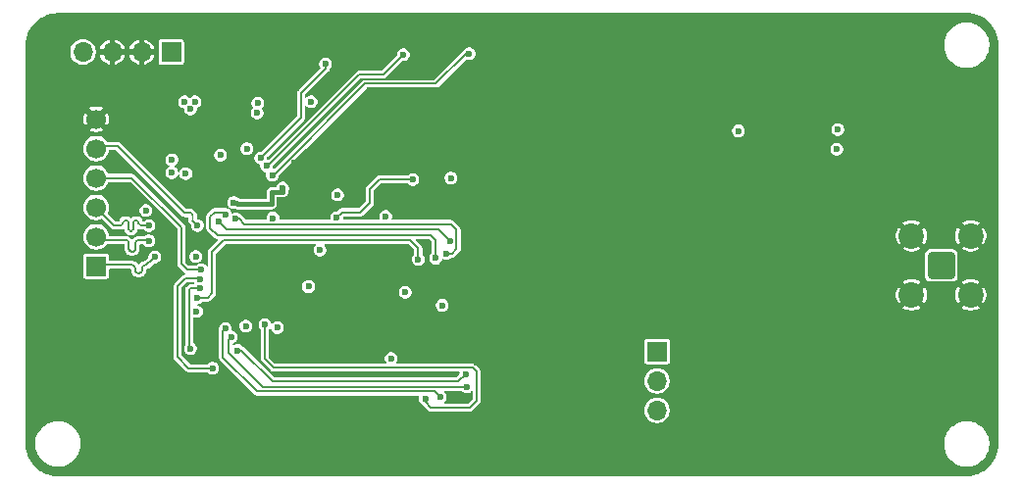
<source format=gbr>
%TF.GenerationSoftware,KiCad,Pcbnew,9.0.1-9.0.1-0~ubuntu24.04.1*%
%TF.CreationDate,2025-04-20T16:10:43+07:00*%
%TF.ProjectId,Gateway PCB v2,47617465-7761-4792-9050-43422076322e,rev?*%
%TF.SameCoordinates,Original*%
%TF.FileFunction,Copper,L4,Bot*%
%TF.FilePolarity,Positive*%
%FSLAX46Y46*%
G04 Gerber Fmt 4.6, Leading zero omitted, Abs format (unit mm)*
G04 Created by KiCad (PCBNEW 9.0.1-9.0.1-0~ubuntu24.04.1) date 2025-04-20 16:10:43*
%MOMM*%
%LPD*%
G01*
G04 APERTURE LIST*
G04 Aperture macros list*
%AMRoundRect*
0 Rectangle with rounded corners*
0 $1 Rounding radius*
0 $2 $3 $4 $5 $6 $7 $8 $9 X,Y pos of 4 corners*
0 Add a 4 corners polygon primitive as box body*
4,1,4,$2,$3,$4,$5,$6,$7,$8,$9,$2,$3,0*
0 Add four circle primitives for the rounded corners*
1,1,$1+$1,$2,$3*
1,1,$1+$1,$4,$5*
1,1,$1+$1,$6,$7*
1,1,$1+$1,$8,$9*
0 Add four rect primitives between the rounded corners*
20,1,$1+$1,$2,$3,$4,$5,0*
20,1,$1+$1,$4,$5,$6,$7,0*
20,1,$1+$1,$6,$7,$8,$9,0*
20,1,$1+$1,$8,$9,$2,$3,0*%
G04 Aperture macros list end*
%TA.AperFunction,ComponentPad*%
%ADD10R,1.700000X1.700000*%
%TD*%
%TA.AperFunction,ComponentPad*%
%ADD11C,1.700000*%
%TD*%
%TA.AperFunction,ComponentPad*%
%ADD12O,1.700000X1.700000*%
%TD*%
%TA.AperFunction,ComponentPad*%
%ADD13RoundRect,0.200100X-0.949900X0.949900X-0.949900X-0.949900X0.949900X-0.949900X0.949900X0.949900X0*%
%TD*%
%TA.AperFunction,ComponentPad*%
%ADD14C,2.200000*%
%TD*%
%TA.AperFunction,ViaPad*%
%ADD15C,0.600000*%
%TD*%
%TA.AperFunction,Conductor*%
%ADD16C,0.200000*%
%TD*%
%TA.AperFunction,Conductor*%
%ADD17C,0.400000*%
%TD*%
%TA.AperFunction,Conductor*%
%ADD18C,0.170000*%
%TD*%
G04 APERTURE END LIST*
D10*
%TO.P,J3,1,Pin_1*%
%TO.N,EX_HOST_SCK*%
X65850000Y-82595000D03*
D11*
%TO.P,J3,2,Pin_2*%
%TO.N,EX_HOST_MOSI*%
X65850000Y-80055000D03*
%TO.P,J3,3,Pin_3*%
%TO.N,EX_HOST_MISO*%
X65850000Y-77515000D03*
%TO.P,J3,4,Pin_4*%
%TO.N,EX_HOST_RESET*%
X65850000Y-74975000D03*
%TO.P,J3,5,Pin_5*%
%TO.N,EX_HOST_CSN*%
X65850000Y-72435000D03*
%TO.P,J3,6,Pin_6*%
%TO.N,GND*%
X65850000Y-69895000D03*
%TD*%
D10*
%TO.P,J2,1,Pin_1*%
%TO.N,5V*%
X72320000Y-64100000D03*
D12*
%TO.P,J2,2,Pin_2*%
%TO.N,GND*%
X69780000Y-64100000D03*
%TO.P,J2,3,Pin_3*%
X67240000Y-64100000D03*
%TO.P,J2,4,Pin_4*%
%TO.N,3.3V*%
X64700000Y-64100000D03*
%TD*%
D13*
%TO.P,J1,1,In*%
%TO.N,Net-(J1-In)*%
X138787500Y-82532500D03*
D14*
%TO.P,J1,2,Ext*%
%TO.N,GND*%
X141337500Y-79982500D03*
X136237500Y-79982500D03*
X141337500Y-85082500D03*
X136237500Y-85082500D03*
%TD*%
D10*
%TO.P,J4,1,Pin_1*%
%TO.N,CSD*%
X114250000Y-89965000D03*
D12*
%TO.P,J4,2,Pin_2*%
%TO.N,PA_ON*%
X114250000Y-92505000D03*
%TO.P,J4,3,Pin_3*%
%TO.N,TXRX*%
X114250000Y-95045000D03*
%TD*%
D15*
%TO.N,1.2V*%
X81122499Y-78447124D03*
X84177502Y-84367501D03*
X72387500Y-73412500D03*
X78755000Y-87780000D03*
X78850000Y-72450000D03*
X72387500Y-74512500D03*
X73587500Y-74612500D03*
X74447500Y-81776250D03*
%TO.N,VDD_RF*%
X121287500Y-70912500D03*
X90837500Y-78302500D03*
X91325000Y-90572500D03*
X96455000Y-74980000D03*
X95727500Y-85982500D03*
%TO.N,5V*%
X84400000Y-68395000D03*
%TO.N,3.3V*%
X74517500Y-86527500D03*
X81487500Y-87912500D03*
X77700000Y-77100000D03*
X85161749Y-81212500D03*
X81950000Y-75845000D03*
X70150000Y-77800000D03*
%TO.N,TXCO 32M*%
X86687500Y-76450000D03*
X92517500Y-84842500D03*
%TO.N,SX1302_CSD*%
X74787500Y-83762500D03*
X75887500Y-91412500D03*
%TO.N,SX1302_TXRX*%
X74787500Y-84512500D03*
X73987500Y-89712500D03*
%TO.N,EX_HOST_MISO*%
X70400000Y-79100000D03*
%TO.N,EX_HOST_CSN*%
X74600000Y-79100000D03*
%TO.N,EX_HOST_RESET*%
X74932500Y-82900000D03*
%TO.N,GND*%
X109689583Y-68845000D03*
X81625000Y-94870000D03*
X103087500Y-87512500D03*
X102250543Y-70845000D03*
X106387500Y-84145000D03*
X128400000Y-68945000D03*
X124887500Y-67445000D03*
X129626000Y-84670000D03*
X104350000Y-91245000D03*
X124950000Y-68845000D03*
X105123370Y-70845000D03*
X134310000Y-77945000D03*
X131709000Y-77695000D03*
X127450000Y-73845000D03*
X71350000Y-95158125D03*
X84107143Y-98345000D03*
X115187500Y-74762500D03*
X106125000Y-79045000D03*
X96787500Y-85212500D03*
X75250000Y-95231875D03*
X79027499Y-81012500D03*
X79037500Y-82132500D03*
X85885714Y-98345000D03*
X98887500Y-87512500D03*
X101800000Y-74120000D03*
X131650000Y-71845000D03*
X74750000Y-70145000D03*
X104800000Y-79145000D03*
X128814000Y-80670000D03*
X135415000Y-87045000D03*
X112741667Y-68845000D03*
X82500000Y-94070000D03*
X82328571Y-98345000D03*
X115685455Y-97470000D03*
X131709000Y-76295000D03*
X71350000Y-89545000D03*
X92903125Y-68845000D03*
X113850000Y-85445000D03*
X94854167Y-72012500D03*
X124287500Y-74012500D03*
X91087500Y-71612500D03*
X138750000Y-77945000D03*
X98067500Y-80752500D03*
X89851042Y-68845000D03*
X131675000Y-95295000D03*
X126638000Y-84670000D03*
X129529500Y-76295000D03*
X80437500Y-83812500D03*
X73287500Y-70145000D03*
X111215625Y-68845000D03*
X137625000Y-87045000D03*
X111395833Y-87020000D03*
X117319792Y-68845000D03*
X80387500Y-80962500D03*
X129529500Y-77695000D03*
X106250000Y-94845000D03*
X112187500Y-77112500D03*
X96787500Y-88612500D03*
X114550000Y-84845000D03*
X107150000Y-89945000D03*
X112450000Y-75145000D03*
X108750000Y-92845000D03*
X76850000Y-91745000D03*
X83375000Y-94870000D03*
X120950000Y-63745000D03*
X130450000Y-73845000D03*
X97987500Y-87012500D03*
X113587500Y-81812500D03*
X112300000Y-82995000D03*
X106887500Y-77412500D03*
X120750000Y-84145000D03*
X113587500Y-75512500D03*
X99987500Y-73312500D03*
X87543249Y-81261000D03*
X86050000Y-67245000D03*
X108508333Y-86212500D03*
X86800000Y-94845000D03*
X81050000Y-95745000D03*
X129683000Y-93045000D03*
X114587500Y-79312500D03*
X131709000Y-79245000D03*
X77637500Y-80962500D03*
X118650000Y-93420000D03*
X89287500Y-86412500D03*
X79050000Y-85245000D03*
X113741848Y-70845000D03*
X108787500Y-77312500D03*
X122358000Y-80670000D03*
X104087500Y-84412500D03*
X131675000Y-91095000D03*
X119825000Y-91095000D03*
X72050000Y-68978333D03*
X80550000Y-98345000D03*
X105887500Y-77412500D03*
X107642045Y-72712500D03*
X123707000Y-87145000D03*
X125699000Y-74945000D03*
X124970000Y-85445000D03*
X115150000Y-73545000D03*
X123930000Y-85445000D03*
X84487500Y-89312500D03*
X107996196Y-70845000D03*
X128046000Y-83645000D03*
X134310000Y-81445000D03*
X111387500Y-78312500D03*
X85141667Y-77445000D03*
X91087500Y-76612500D03*
X78987500Y-83812500D03*
X124860000Y-79900000D03*
X129683000Y-87145000D03*
X127634000Y-84670000D03*
X126337200Y-81445000D03*
X87886413Y-70845000D03*
X82728571Y-95745000D03*
X138850000Y-90245000D03*
X130687500Y-67612500D03*
X78150000Y-76345000D03*
X91121429Y-95745000D03*
X73450000Y-96770000D03*
X85900000Y-94070000D03*
X95955208Y-68845000D03*
X129529500Y-79245000D03*
X110360417Y-83270000D03*
X104916667Y-75145000D03*
X131618000Y-84670000D03*
X117750000Y-89995000D03*
X89442857Y-98345000D03*
X111950000Y-95845000D03*
X105550000Y-88145000D03*
X94778571Y-98345000D03*
X127450000Y-79245000D03*
X117750000Y-87720000D03*
X131210000Y-85445000D03*
X104187500Y-80712500D03*
X143150000Y-87045000D03*
X121715000Y-97470000D03*
X77637500Y-83162500D03*
X119350000Y-70912500D03*
X123707000Y-91095000D03*
X103585417Y-68845000D03*
X110118182Y-74120000D03*
X103050000Y-81520000D03*
X123650000Y-84670000D03*
X106750000Y-93912500D03*
X100533333Y-68845000D03*
X110869022Y-70845000D03*
X101650000Y-81545000D03*
X115325000Y-85045000D03*
X67450000Y-97445000D03*
X135450000Y-77945000D03*
X75250000Y-96820000D03*
X109075000Y-87020000D03*
X71350000Y-86653750D03*
X101192857Y-95745000D03*
X130966000Y-80670000D03*
X98694565Y-67445000D03*
X106887500Y-78312500D03*
X125699000Y-95295000D03*
X116687500Y-82212500D03*
X117717273Y-97470000D03*
X75300000Y-98345000D03*
X117587500Y-80212500D03*
X115250000Y-81745000D03*
X104087500Y-78612500D03*
X97987500Y-88012500D03*
X79100000Y-67245000D03*
X77637500Y-85262500D03*
X123254167Y-74012500D03*
X119687500Y-82362500D03*
X103661111Y-75145000D03*
X96220833Y-72012500D03*
X98335714Y-98345000D03*
X71350000Y-93555625D03*
X125699000Y-87145000D03*
X119825000Y-95295000D03*
X106559783Y-70845000D03*
X100387500Y-91845000D03*
X117750000Y-92270000D03*
X112887500Y-81012500D03*
X128630000Y-84670000D03*
X138730000Y-87045000D03*
X89887500Y-71612500D03*
X129130000Y-85445000D03*
X93487500Y-72012500D03*
X125699000Y-89120000D03*
X88325000Y-68845000D03*
X89187500Y-84312500D03*
X105450000Y-98345000D03*
X94072283Y-67445000D03*
X99377717Y-70845000D03*
X143150000Y-77945000D03*
X71350000Y-84026250D03*
X121715000Y-87170000D03*
X105687500Y-80612500D03*
X119687500Y-81212500D03*
X75950000Y-94545000D03*
X103316848Y-67445000D03*
X96787500Y-86212500D03*
X96504891Y-70845000D03*
X93632065Y-70845000D03*
X78950000Y-98345000D03*
X127738000Y-80670000D03*
X102059375Y-68845000D03*
X89287500Y-88012500D03*
X100114286Y-98345000D03*
X105127273Y-74120000D03*
X111194444Y-75145000D03*
X127691000Y-87145000D03*
X88105159Y-73312500D03*
X99987500Y-74312500D03*
X123434000Y-80670000D03*
X143150000Y-83632500D03*
X78250000Y-93145000D03*
X80800000Y-94070000D03*
X120371875Y-68845000D03*
X82887500Y-75812500D03*
X97987500Y-89112500D03*
X79727500Y-83182500D03*
X130622000Y-84670000D03*
X101875000Y-91845000D03*
X115787500Y-83112500D03*
X109150000Y-94845000D03*
X122890000Y-85445000D03*
X109938889Y-75145000D03*
X138850000Y-75045000D03*
X114258333Y-87845000D03*
X111520833Y-83270000D03*
X100987500Y-72712500D03*
X73450000Y-95181875D03*
X115960227Y-72712500D03*
X119825000Y-93045000D03*
X134310000Y-85845000D03*
X118650000Y-95695000D03*
X89322826Y-70845000D03*
X106754167Y-87020000D03*
X141330000Y-82515000D03*
X121715000Y-89145000D03*
X84387500Y-86612500D03*
X99514286Y-95745000D03*
X103671429Y-98345000D03*
X106425000Y-81395000D03*
X100087500Y-82512500D03*
X96557143Y-98345000D03*
X101137500Y-92570000D03*
X111020652Y-67445000D03*
X90087500Y-85012500D03*
X73475000Y-98345000D03*
X143150000Y-79082500D03*
X119749091Y-97470000D03*
X132350000Y-69645000D03*
X103187500Y-88512500D03*
X125586000Y-80670000D03*
X115642935Y-67445000D03*
X97153804Y-67445000D03*
X108039583Y-83270000D03*
X143150000Y-81357500D03*
X115350000Y-87820000D03*
X64350000Y-93945000D03*
X129327600Y-81445000D03*
X136550000Y-77945000D03*
X104387500Y-90412500D03*
X91377083Y-68845000D03*
X96157143Y-95745000D03*
X114102174Y-67445000D03*
X98057500Y-82322500D03*
X113150000Y-83445000D03*
X77250000Y-67245000D03*
X135850000Y-97445000D03*
X134310000Y-87045000D03*
X112305435Y-70845000D03*
X139850000Y-77945000D03*
X134310000Y-83765000D03*
X114296591Y-72712500D03*
X102651136Y-72712500D03*
X85287500Y-88512500D03*
X87487500Y-89012500D03*
X99987500Y-75412500D03*
X104087500Y-82112500D03*
X84407143Y-95745000D03*
X122654000Y-84670000D03*
X75400000Y-67245000D03*
X112187500Y-84145000D03*
X94478571Y-95745000D03*
X108750000Y-91045000D03*
X75200000Y-77900000D03*
X91637500Y-73312500D03*
X75950000Y-90445000D03*
X117750000Y-94545000D03*
X110829167Y-86212500D03*
X93000000Y-98345000D03*
X106172222Y-75145000D03*
X100087500Y-80512500D03*
X103463636Y-74120000D03*
X82650000Y-78345000D03*
X132350000Y-68545000D03*
X129890000Y-80670000D03*
X114587500Y-77112500D03*
X110487500Y-77312500D03*
X116387500Y-79112500D03*
X123346800Y-81445000D03*
X86637500Y-77445000D03*
X122220833Y-74012500D03*
X106400000Y-82570000D03*
X77075000Y-96845000D03*
X99287500Y-91845000D03*
X86487500Y-75212500D03*
X115187500Y-75945000D03*
X104550000Y-95745000D03*
X71350000Y-98345000D03*
X109887500Y-78312500D03*
X118650000Y-88870000D03*
X92195652Y-70845000D03*
X110969318Y-72712500D03*
X106187500Y-86212500D03*
X118845833Y-68845000D03*
X87764286Y-95745000D03*
X115087500Y-80212500D03*
X134310000Y-80278333D03*
X104087500Y-86812500D03*
X111687500Y-79312500D03*
X90990761Y-67445000D03*
X88105159Y-75917421D03*
X80387500Y-82132500D03*
X143150000Y-82495000D03*
X103686957Y-70845000D03*
X139835000Y-87045000D03*
X103362500Y-91845000D03*
X87387500Y-71612500D03*
X132318000Y-81745000D03*
X91687500Y-89112500D03*
X117750000Y-85445000D03*
X80950000Y-67245000D03*
X99487500Y-78612500D03*
X129529500Y-74945000D03*
X84887500Y-78345000D03*
X87664286Y-98345000D03*
X112050000Y-89145000D03*
X114587500Y-78212500D03*
X116387500Y-77012500D03*
X71350000Y-90595000D03*
X72050000Y-72445000D03*
X96887500Y-84212500D03*
X71350000Y-91967500D03*
X107150000Y-97745000D03*
X113653636Y-97470000D03*
X125699000Y-93045000D03*
X118587500Y-81212500D03*
X135350000Y-63745000D03*
X124646000Y-84670000D03*
X102405556Y-75145000D03*
X86085714Y-95745000D03*
X113150000Y-86212500D03*
X101687500Y-87512500D03*
X126662000Y-80670000D03*
X88587500Y-90612500D03*
X71350000Y-87845000D03*
X107427778Y-75145000D03*
X99067500Y-83672500D03*
X121400000Y-83250000D03*
X132042000Y-80670000D03*
X116387500Y-78012500D03*
X71350000Y-85345000D03*
X131709000Y-74945000D03*
X74450000Y-93145000D03*
X97587500Y-72012500D03*
X127450000Y-76295000D03*
X128090000Y-85445000D03*
X121850000Y-85445000D03*
X99007292Y-68845000D03*
X132350000Y-70745000D03*
X105978409Y-72712500D03*
X131675000Y-93045000D03*
X89287500Y-89612500D03*
X125950000Y-73845000D03*
X92800000Y-95745000D03*
X127050000Y-83645000D03*
X124510000Y-80670000D03*
X94429167Y-68845000D03*
X73050000Y-91845000D03*
X89937500Y-73312500D03*
X118587500Y-82362500D03*
X129683000Y-89120000D03*
X107914583Y-87020000D03*
X97941304Y-70845000D03*
X136520000Y-87045000D03*
X101987500Y-88512500D03*
X131750000Y-67645000D03*
X109432609Y-70845000D03*
X86487500Y-72312500D03*
X81477502Y-81012500D03*
X95068478Y-70845000D03*
X89450000Y-67445000D03*
X64350000Y-89045000D03*
X132146000Y-83345000D03*
X128400000Y-67645000D03*
X84200000Y-94070000D03*
X72050000Y-70711667D03*
X105587500Y-87012500D03*
X109479891Y-67445000D03*
X121805978Y-67445000D03*
X82150000Y-77445000D03*
X90759239Y-70845000D03*
X125340400Y-81445000D03*
X130170000Y-85445000D03*
X138850000Y-68345000D03*
X137650000Y-77945000D03*
X127691000Y-97445000D03*
X106550000Y-63745000D03*
X129683000Y-95295000D03*
X87587500Y-90212500D03*
X93037500Y-74112500D03*
X96787500Y-93812500D03*
X102871429Y-95745000D03*
X125087500Y-73312500D03*
X138850000Y-85115000D03*
X101892857Y-98345000D03*
X99287500Y-94770000D03*
X109590000Y-97470000D03*
X128150000Y-63745000D03*
X114050000Y-82645000D03*
X125699000Y-91095000D03*
X77350000Y-95945000D03*
X88105159Y-74745000D03*
X121658000Y-84670000D03*
X142050000Y-77945000D03*
X82850000Y-74745000D03*
X91221429Y-98345000D03*
X138850000Y-94745000D03*
X97481250Y-68845000D03*
X127691000Y-95295000D03*
X105687500Y-83345000D03*
X100087500Y-81512500D03*
X120265217Y-67445000D03*
X117183696Y-67445000D03*
X91937500Y-74445000D03*
X116387500Y-80212500D03*
X131675000Y-89120000D03*
X77637500Y-82132500D03*
X108150000Y-96745000D03*
X130324400Y-81745000D03*
X111781818Y-74120000D03*
X95787500Y-84212500D03*
X107950000Y-89345000D03*
X108163542Y-68845000D03*
X101776087Y-67445000D03*
X88787500Y-71612500D03*
X123707000Y-89120000D03*
X96387500Y-73612500D03*
X113445455Y-74120000D03*
X106750000Y-92912500D03*
X105387500Y-89312500D03*
X107347917Y-86212500D03*
X109637500Y-77312500D03*
X100787500Y-88512500D03*
X128330800Y-81445000D03*
X138850000Y-79865000D03*
X118650000Y-91145000D03*
X102187500Y-80512500D03*
X107547500Y-84145000D03*
X107939130Y-67445000D03*
X113166667Y-87845000D03*
X106750000Y-90912500D03*
X92531522Y-67445000D03*
X77125000Y-98345000D03*
X115325000Y-86432500D03*
X104087500Y-85712500D03*
X142045000Y-87045000D03*
X100587500Y-78612500D03*
X119287500Y-72712500D03*
X106425000Y-80020000D03*
X108454545Y-74120000D03*
X131150000Y-83345000D03*
X127450000Y-77695000D03*
X118724457Y-67445000D03*
X113750000Y-63745000D03*
X130154000Y-83345000D03*
X73550000Y-67245000D03*
X111016667Y-89145000D03*
X131321200Y-81745000D03*
X121715000Y-91120000D03*
X123346739Y-67445000D03*
X143150000Y-85907500D03*
X108683333Y-75145000D03*
X86487500Y-73712500D03*
X103987500Y-88112500D03*
X109983333Y-89145000D03*
X131675000Y-87145000D03*
X109668750Y-86212500D03*
X117623864Y-72712500D03*
X95613043Y-67445000D03*
X64350000Y-67645000D03*
X110235417Y-87020000D03*
X134310000Y-84805000D03*
X112075000Y-87845000D03*
X112487500Y-80012500D03*
X100287500Y-87512500D03*
X131650000Y-73145000D03*
X109305682Y-72712500D03*
X109200000Y-83270000D03*
X104857609Y-67445000D03*
X105425000Y-79845000D03*
X99587500Y-88512500D03*
X79850000Y-63445000D03*
X101087500Y-80512500D03*
X81887500Y-83662500D03*
X106750000Y-92012500D03*
X88387500Y-85012500D03*
X88350000Y-77045000D03*
X104112500Y-92570000D03*
X123423958Y-68845000D03*
X127691000Y-89120000D03*
X80587500Y-85312500D03*
X97587500Y-83412500D03*
X100814130Y-70845000D03*
X104314773Y-72712500D03*
X123707000Y-97445000D03*
X113000000Y-82495000D03*
X104087500Y-83212500D03*
X121187500Y-74012500D03*
X116614674Y-70845000D03*
X143150000Y-84770000D03*
X131675000Y-97445000D03*
X140940000Y-87045000D03*
X125699000Y-97445000D03*
X128950000Y-73845000D03*
X143150000Y-80220000D03*
X129450000Y-67595000D03*
X123707000Y-93045000D03*
X83645833Y-77445000D03*
X126010000Y-85445000D03*
X81450000Y-70845000D03*
X106790909Y-74120000D03*
X102625000Y-92570000D03*
X111989583Y-86212500D03*
X104887500Y-77412500D03*
X122350000Y-81445000D03*
X85287500Y-90212500D03*
X106637500Y-68845000D03*
X73450000Y-93579375D03*
X108387500Y-78312500D03*
X127691000Y-93045000D03*
X124343600Y-81445000D03*
X108950000Y-89145000D03*
X105387500Y-78312500D03*
X112561413Y-67445000D03*
X87655000Y-84312500D03*
X122930000Y-79740000D03*
X115050000Y-83945000D03*
X127450000Y-74945000D03*
X89442857Y-95745000D03*
X115793750Y-68845000D03*
X129683000Y-97445000D03*
X72050000Y-67245000D03*
X115178261Y-70845000D03*
X119607500Y-87635000D03*
X123707000Y-95295000D03*
X87487500Y-86412500D03*
X119825000Y-89120000D03*
X112556250Y-87020000D03*
X81837500Y-82162500D03*
X112687500Y-77912500D03*
X83850000Y-73245000D03*
X71350000Y-96746250D03*
X87487500Y-87812500D03*
X121897917Y-68845000D03*
X99287500Y-93307500D03*
X106879167Y-83270000D03*
X110150000Y-95845000D03*
X125642000Y-84670000D03*
X81987500Y-85462500D03*
X108707500Y-84145000D03*
X118051087Y-70845000D03*
X92287500Y-71612500D03*
X121715000Y-93070000D03*
X114287500Y-76212500D03*
X105550000Y-95545000D03*
X79650000Y-94545000D03*
X85487500Y-71612500D03*
X121715000Y-95320000D03*
X100087500Y-83512500D03*
X112632955Y-72712500D03*
X97835714Y-95745000D03*
X127334000Y-81445000D03*
X109867500Y-84145000D03*
X71350000Y-82712500D03*
X101687500Y-78612500D03*
X105111458Y-68845000D03*
X82950000Y-73645000D03*
X127050000Y-85445000D03*
X105687500Y-81978750D03*
X129683000Y-91095000D03*
X111621818Y-97470000D03*
X127691000Y-91095000D03*
X111027500Y-84145000D03*
X140950000Y-77945000D03*
X134310000Y-79111667D03*
X132250000Y-85445000D03*
X119725000Y-85370000D03*
X98687500Y-90912500D03*
X106398370Y-67445000D03*
X78950000Y-97345000D03*
X101150000Y-75145000D03*
X100235326Y-67445000D03*
X86450000Y-70845000D03*
X114267708Y-68845000D03*
X102787500Y-78612500D03*
X85125000Y-94870000D03*
%TO.N,Net-(U1-GPIO[5])*%
X81050000Y-74745000D03*
X98050000Y-64245000D03*
%TO.N,Net-(D4-K)*%
X129887500Y-70805000D03*
X73487500Y-68412500D03*
X74387500Y-68412500D03*
X79750000Y-69345000D03*
X76587500Y-73012500D03*
X129787500Y-72512500D03*
X73987500Y-69012500D03*
X79787500Y-68512500D03*
%TO.N,Net-(U1-GPIO[4])*%
X80550000Y-73945000D03*
X92350000Y-64345000D03*
%TO.N,RADIO_A_MOSI*%
X95155000Y-81912500D03*
X76987500Y-78112500D03*
%TO.N,Net-(U1-GPIO[3])*%
X80050000Y-73245000D03*
X85650000Y-65145000D03*
%TO.N,RADIO_A_SCK*%
X77900000Y-78500000D03*
X96055000Y-81512500D03*
%TO.N,EX_HOST_SCK*%
X70900000Y-81800000D03*
%TO.N,EX_HOST_MOSI*%
X70400000Y-80400000D03*
%TO.N,RADIO_B_CSN*%
X97755000Y-91912500D03*
X78050000Y-89879851D03*
%TO.N,RADIO_A_IQ_2*%
X93187500Y-75112500D03*
X86587500Y-78412500D03*
%TO.N,RADIO_B_SCK*%
X97855000Y-93012500D03*
X77487500Y-88712500D03*
%TO.N,RADIOB_RESET*%
X80427501Y-87672499D03*
X94250000Y-94045000D03*
%TO.N,RADIOA_RESET*%
X74600000Y-85314496D03*
X93655000Y-82012500D03*
%TO.N,RADIO_B_MOSI*%
X76987500Y-88012500D03*
X95555000Y-93912500D03*
%TO.N,RADIO_A_CSN*%
X76387500Y-78712500D03*
X96387500Y-80412500D03*
%TD*%
D16*
%TO.N,RADIO_B_SCK*%
X97855000Y-93012500D02*
X80212500Y-93012500D01*
X80212500Y-93012500D02*
X77300000Y-90100000D01*
X77300000Y-90100000D02*
X77300000Y-88900000D01*
X77300000Y-88900000D02*
X77487500Y-88712500D01*
%TO.N,RADIO_B_MOSI*%
X76987500Y-88012500D02*
X76800000Y-88200000D01*
X76800000Y-88200000D02*
X76800000Y-90495000D01*
X76800000Y-90495000D02*
X79732500Y-93427500D01*
X95070000Y-93427500D02*
X95555000Y-93912500D01*
X79732500Y-93427500D02*
X95070000Y-93427500D01*
D17*
%TO.N,3.3V*%
X77926514Y-77100000D02*
X78071514Y-77245000D01*
X80986500Y-76193943D02*
X81950000Y-76193943D01*
X80987500Y-77207500D02*
X80987500Y-76194943D01*
X80987500Y-76194943D02*
X80986500Y-76193943D01*
X77700000Y-77100000D02*
X77926514Y-77100000D01*
X78071514Y-77245000D02*
X80950000Y-77245000D01*
X80950000Y-77245000D02*
X80987500Y-77207500D01*
X81950000Y-76193943D02*
X81950000Y-75845000D01*
D18*
%TO.N,SX1302_CSD*%
X74787500Y-83762500D02*
X74670000Y-83645000D01*
X73817500Y-91412500D02*
X75887500Y-91412500D01*
X74670000Y-83645000D02*
X73550000Y-83645000D01*
X72850000Y-84345000D02*
X72850000Y-90445000D01*
X73550000Y-83645000D02*
X72850000Y-84345000D01*
X72850000Y-90445000D02*
X73817500Y-91412500D01*
%TO.N,SX1302_TXRX*%
X73850000Y-84645000D02*
X73850000Y-89575000D01*
X73850000Y-89575000D02*
X73987500Y-89712500D01*
X73982500Y-84512500D02*
X73850000Y-84645000D01*
X74787500Y-84512500D02*
X73982500Y-84512500D01*
%TO.N,EX_HOST_MISO*%
X68890000Y-79580000D02*
X68800000Y-79580000D01*
X67990000Y-79100000D02*
X67900000Y-79100000D01*
X69520000Y-78920000D02*
X69520000Y-78800000D01*
X69070000Y-78920000D02*
X69070000Y-79100000D01*
X68170000Y-78800000D02*
X68170000Y-78920000D01*
X67900000Y-79100000D02*
X67400000Y-79100000D01*
X65850000Y-77550000D02*
X65850000Y-77515000D01*
X68620000Y-78920000D02*
X68620000Y-78800000D01*
X69340000Y-78620000D02*
X69250000Y-78620000D01*
X70400000Y-79100000D02*
X69700000Y-79100000D01*
X69070000Y-78800000D02*
X69070000Y-78920000D01*
X68440000Y-78620000D02*
X68350000Y-78620000D01*
X69070000Y-79100000D02*
X69070000Y-79400000D01*
X68620000Y-79100000D02*
X68620000Y-78920000D01*
X67400000Y-79100000D02*
X65850000Y-77550000D01*
D16*
X70400000Y-79100000D02*
X70355000Y-79145000D01*
D18*
X68620000Y-79400000D02*
X68620000Y-79100000D01*
D16*
X70400000Y-79100000D02*
X70300000Y-79200000D01*
D18*
X68800000Y-79580000D02*
G75*
G02*
X68620000Y-79400000I0J180000D01*
G01*
X68170000Y-78920000D02*
G75*
G02*
X67990000Y-79100000I-180000J0D01*
G01*
X68620000Y-78800000D02*
G75*
G03*
X68440000Y-78620000I-180000J0D01*
G01*
X69700000Y-79100000D02*
G75*
G02*
X69520000Y-78920000I0J180000D01*
G01*
X69250000Y-78620000D02*
G75*
G03*
X69070000Y-78800000I0J-180000D01*
G01*
X69520000Y-78800000D02*
G75*
G03*
X69340000Y-78620000I-180000J0D01*
G01*
X68350000Y-78620000D02*
G75*
G03*
X68170000Y-78800000I0J-180000D01*
G01*
X69070000Y-79400000D02*
G75*
G02*
X68890000Y-79580000I-180000J0D01*
G01*
D16*
%TO.N,EX_HOST_CSN*%
X73331963Y-77831963D02*
X73029770Y-77529770D01*
X74600000Y-79100000D02*
X74180492Y-78680492D01*
X67700000Y-72200000D02*
X66085000Y-72200000D01*
X74180492Y-78157232D02*
X74017857Y-77994597D01*
X73494597Y-77994597D02*
X73331963Y-77831963D01*
X66085000Y-72200000D02*
X65850000Y-72435000D01*
X73029770Y-77529770D02*
X67700000Y-72200000D01*
X74180492Y-78680492D02*
G75*
G02*
X74180515Y-78418885I130808J130792D01*
G01*
X74017857Y-77994597D02*
G75*
G03*
X73756227Y-77994597I-130815J-130816D01*
G01*
X73756227Y-77994597D02*
G75*
G02*
X73494597Y-77994597I-130815J130816D01*
G01*
X74180492Y-78418862D02*
G75*
G03*
X74180539Y-78157185I-130792J130862D01*
G01*
%TO.N,EX_HOST_RESET*%
X68930000Y-74975000D02*
X65850000Y-74975000D01*
X74932500Y-82900000D02*
X73700000Y-82900000D01*
X73200000Y-82400000D02*
X73200000Y-79245000D01*
X73700000Y-82900000D02*
X73200000Y-82400000D01*
X73200000Y-79245000D02*
X68930000Y-74975000D01*
D18*
%TO.N,Net-(U1-GPIO[5])*%
X81150000Y-74745000D02*
X89050000Y-66845000D01*
X81050000Y-74745000D02*
X81050000Y-74657692D01*
X97750000Y-64245000D02*
X98050000Y-64245000D01*
X89050000Y-66845000D02*
X95150000Y-66845000D01*
X81050000Y-74745000D02*
X81150000Y-74745000D01*
X95150000Y-66845000D02*
X97750000Y-64245000D01*
%TO.N,Net-(U1-GPIO[4])*%
X92450000Y-64445000D02*
X92450000Y-64470000D01*
X90650000Y-66045000D02*
X88550000Y-66045000D01*
X88550000Y-66045000D02*
X80775001Y-73819999D01*
X92350000Y-64345000D02*
X90650000Y-66045000D01*
X80675001Y-73819999D02*
X80550000Y-73945000D01*
X80775001Y-73819999D02*
X80675001Y-73819999D01*
X92350000Y-64345000D02*
X92450000Y-64445000D01*
D16*
%TO.N,RADIO_A_MOSI*%
X94700000Y-79895000D02*
X87006432Y-79895000D01*
X95155000Y-81912500D02*
X95155000Y-80350000D01*
X85778047Y-79895000D02*
X76300000Y-79895000D01*
X75700000Y-78295000D02*
X76050000Y-77945000D01*
X75700000Y-79295000D02*
X75700000Y-78295000D01*
X87006432Y-79895000D02*
X85778047Y-79895000D01*
X76820000Y-77945000D02*
X76987500Y-78112500D01*
X95155000Y-80350000D02*
X94700000Y-79895000D01*
X76050000Y-77945000D02*
X76820000Y-77945000D01*
X76300000Y-79895000D02*
X75700000Y-79295000D01*
D18*
%TO.N,Net-(U1-GPIO[3])*%
X83550000Y-69745000D02*
X80050000Y-73245000D01*
X83550000Y-67645000D02*
X83550000Y-69745000D01*
X85650000Y-65145000D02*
X85650000Y-65545000D01*
X85650000Y-65545000D02*
X83550000Y-67645000D01*
D16*
%TO.N,RADIO_A_SCK*%
X85025661Y-78962500D02*
X84703210Y-78962500D01*
X96950000Y-81145000D02*
X96950000Y-79445000D01*
X84703210Y-78962500D02*
X78637500Y-78962500D01*
X78175000Y-78500000D02*
X77900000Y-78500000D01*
X96950000Y-79445000D02*
X96467500Y-78962500D01*
X78637500Y-78962500D02*
X78175000Y-78500000D01*
X96582500Y-81512500D02*
X96950000Y-81145000D01*
X96055000Y-81512500D02*
X96582500Y-81512500D01*
X96467500Y-78962500D02*
X85025661Y-78962500D01*
D18*
%TO.N,EX_HOST_SCK*%
X70900000Y-81800000D02*
X70685182Y-82014818D01*
X68775991Y-82500000D02*
X65945000Y-82500000D01*
X70685182Y-82014818D02*
X70680182Y-82014818D01*
X65945000Y-82500000D02*
X65850000Y-82595000D01*
X70680182Y-82014818D02*
X70195000Y-82500000D01*
X69818222Y-82748000D02*
X69818222Y-82952000D01*
X69198222Y-82952000D02*
X69198222Y-82748000D01*
X70195000Y-82500000D02*
X70066222Y-82500000D01*
X65855000Y-82600000D02*
X65850000Y-82595000D01*
X69570222Y-83200000D02*
X69446222Y-83200000D01*
X68950222Y-82500000D02*
X68826222Y-82500000D01*
X68826222Y-82500000D02*
X68775991Y-82500000D01*
X69446222Y-83200000D02*
G75*
G02*
X69198200Y-82952000I-22J248000D01*
G01*
X70066222Y-82500000D02*
G75*
G03*
X69818200Y-82748000I-22J-248000D01*
G01*
X69198222Y-82748000D02*
G75*
G03*
X68950222Y-82499978I-248022J0D01*
G01*
X69818222Y-82952000D02*
G75*
G02*
X69570222Y-83200022I-248022J0D01*
G01*
%TO.N,EX_HOST_MOSI*%
X70345000Y-80345000D02*
X69500000Y-80345000D01*
X70400000Y-80400000D02*
X70345000Y-80345000D01*
X68206508Y-80345000D02*
X66140000Y-80345000D01*
X69020000Y-81345000D02*
X68900000Y-81345000D01*
X68300000Y-80345000D02*
X68206508Y-80345000D01*
X66140000Y-80345000D02*
X65850000Y-80055000D01*
X68420000Y-80345000D02*
X68300000Y-80345000D01*
X69260000Y-80585000D02*
X69260000Y-81105000D01*
X68660000Y-81105000D02*
X68660000Y-80585000D01*
X69500000Y-80345000D02*
G75*
G03*
X69260000Y-80585000I0J-240000D01*
G01*
X68900000Y-81345000D02*
G75*
G02*
X68660000Y-81105000I0J240000D01*
G01*
X69260000Y-81105000D02*
G75*
G02*
X69020000Y-81345000I-240000J0D01*
G01*
X68660000Y-80585000D02*
G75*
G03*
X68420000Y-80345000I-240000J0D01*
G01*
D16*
%TO.N,RADIO_A_IQ_2*%
X87055000Y-77945000D02*
X88650000Y-77945000D01*
X89450000Y-75945000D02*
X90282500Y-75112500D01*
X88650000Y-77945000D02*
X89450000Y-77145000D01*
X89450000Y-77145000D02*
X89450000Y-75945000D01*
X90282500Y-75112500D02*
X93187500Y-75112500D01*
X86587500Y-78412500D02*
X87055000Y-77945000D01*
D18*
%TO.N,RADIOB_RESET*%
X81150000Y-91345000D02*
X80427501Y-90622501D01*
X94700000Y-94800000D02*
X98100000Y-94800000D01*
X98700000Y-91700000D02*
X98345000Y-91345000D01*
X98345000Y-91345000D02*
X81150000Y-91345000D01*
X98100000Y-94800000D02*
X98700000Y-94200000D01*
X80427501Y-90622501D02*
X80427501Y-87672499D01*
X98700000Y-94200000D02*
X98700000Y-91700000D01*
X94250000Y-94350000D02*
X94700000Y-94800000D01*
X94250000Y-94045000D02*
X94250000Y-94350000D01*
D16*
%TO.N,RADIOA_RESET*%
X74600000Y-85314496D02*
X75480504Y-85314496D01*
X92950000Y-80345000D02*
X76850000Y-80345000D01*
X93655000Y-82012500D02*
X93655000Y-81050000D01*
X75850000Y-82485792D02*
X75850000Y-82507218D01*
X75850000Y-84945000D02*
X75850000Y-82507218D01*
X75480504Y-85314496D02*
X75850000Y-84945000D01*
X75850000Y-81345000D02*
X75850000Y-82485792D01*
X93655000Y-81050000D02*
X92950000Y-80345000D01*
X76850000Y-80345000D02*
X75850000Y-81345000D01*
%TO.N,RADIO_A_CSN*%
X96387500Y-80412500D02*
X95420000Y-79445000D01*
X77120000Y-79445000D02*
X76387500Y-78712500D01*
X95420000Y-79445000D02*
X77120000Y-79445000D01*
%TO.N,RADIO_B_CSN*%
X78050000Y-89879851D02*
X78384851Y-89879851D01*
X78384851Y-89879851D02*
X81050000Y-92545000D01*
X81050000Y-92545000D02*
X97122500Y-92545000D01*
X97122500Y-92545000D02*
X97755000Y-91912500D01*
%TD*%
%TA.AperFunction,Conductor*%
%TO.N,GND*%
G36*
X97445282Y-93381306D02*
G01*
X97516985Y-93453009D01*
X97642515Y-93525484D01*
X97704246Y-93542025D01*
X97782520Y-93562999D01*
X97782522Y-93562999D01*
X97782525Y-93563000D01*
X97782527Y-93563000D01*
X97927473Y-93563000D01*
X97927475Y-93563000D01*
X98067485Y-93525484D01*
X98193015Y-93453009D01*
X98220524Y-93425500D01*
X98257806Y-93388219D01*
X98302000Y-93369913D01*
X98346194Y-93388219D01*
X98364500Y-93432413D01*
X98364500Y-94035143D01*
X98346194Y-94079337D01*
X97979337Y-94446194D01*
X97935143Y-94464500D01*
X95931837Y-94464500D01*
X95887643Y-94446194D01*
X95869337Y-94402000D01*
X95887643Y-94357806D01*
X95892331Y-94353693D01*
X95995504Y-94250520D01*
X95995509Y-94250515D01*
X96067984Y-94124985D01*
X96105500Y-93984975D01*
X96105500Y-93840025D01*
X96067984Y-93700015D01*
X95995509Y-93574485D01*
X95995507Y-93574483D01*
X95995504Y-93574479D01*
X95890719Y-93469694D01*
X95872413Y-93425500D01*
X95890719Y-93381306D01*
X95934913Y-93363000D01*
X97401088Y-93363000D01*
X97445282Y-93381306D01*
G37*
%TD.AperFunction*%
%TA.AperFunction,Conductor*%
G36*
X140880085Y-60724300D02*
G01*
X140884108Y-60724300D01*
X140948241Y-60724300D01*
X140951745Y-60724398D01*
X141259946Y-60741706D01*
X141266903Y-60742490D01*
X141569500Y-60793903D01*
X141576312Y-60795458D01*
X141853257Y-60875245D01*
X141871242Y-60880427D01*
X141877849Y-60882738D01*
X142161439Y-61000204D01*
X142167718Y-61003229D01*
X142436353Y-61151699D01*
X142442279Y-61155422D01*
X142692596Y-61333032D01*
X142698076Y-61337401D01*
X142926927Y-61541916D01*
X142931883Y-61546872D01*
X143136398Y-61775723D01*
X143140767Y-61781203D01*
X143318377Y-62031520D01*
X143322103Y-62037451D01*
X143442330Y-62254985D01*
X143470563Y-62306067D01*
X143473598Y-62312367D01*
X143571283Y-62548201D01*
X143591058Y-62595942D01*
X143593372Y-62602557D01*
X143678338Y-62897476D01*
X143679898Y-62904309D01*
X143731308Y-63206892D01*
X143732093Y-63213856D01*
X143749402Y-63522053D01*
X143749500Y-63525558D01*
X143749500Y-97870983D01*
X143749499Y-97870987D01*
X143749499Y-97902554D01*
X143749499Y-97935119D01*
X143749499Y-97935120D01*
X143749401Y-97938624D01*
X143732096Y-98246822D01*
X143731311Y-98253787D01*
X143679902Y-98556373D01*
X143678342Y-98563206D01*
X143593380Y-98858123D01*
X143591066Y-98864739D01*
X143473612Y-99148301D01*
X143470571Y-99154615D01*
X143322110Y-99423238D01*
X143318381Y-99429173D01*
X143140773Y-99679491D01*
X143136403Y-99684970D01*
X142931891Y-99913821D01*
X142926935Y-99918777D01*
X142698088Y-100123289D01*
X142692608Y-100127660D01*
X142442288Y-100305271D01*
X142436354Y-100308999D01*
X142167733Y-100457462D01*
X142161418Y-100460503D01*
X141877863Y-100577956D01*
X141871247Y-100580271D01*
X141576326Y-100665237D01*
X141569493Y-100666797D01*
X141266908Y-100718208D01*
X141259943Y-100718993D01*
X140952173Y-100736277D01*
X140948679Y-100736375D01*
X140884108Y-100736375D01*
X140884068Y-100736385D01*
X140880019Y-100736386D01*
X62551762Y-100749498D01*
X62548248Y-100749400D01*
X62240057Y-100732093D01*
X62233092Y-100731308D01*
X61930509Y-100679898D01*
X61923676Y-100678338D01*
X61628757Y-100593372D01*
X61622142Y-100591058D01*
X61589614Y-100577585D01*
X61338567Y-100473598D01*
X61332273Y-100470566D01*
X61063651Y-100322103D01*
X61057720Y-100318377D01*
X60807403Y-100140767D01*
X60801923Y-100136398D01*
X60573072Y-99931883D01*
X60568116Y-99926927D01*
X60363601Y-99698076D01*
X60359232Y-99692596D01*
X60181622Y-99442279D01*
X60177899Y-99436353D01*
X60029429Y-99167718D01*
X60026404Y-99161439D01*
X59908938Y-98877849D01*
X59906627Y-98871242D01*
X59889739Y-98812623D01*
X59821658Y-98576312D01*
X59820103Y-98569500D01*
X59768690Y-98266903D01*
X59767906Y-98259942D01*
X59767560Y-98253787D01*
X59750598Y-97951745D01*
X59750500Y-97948241D01*
X59750500Y-97818483D01*
X60596056Y-97818483D01*
X60596056Y-98074628D01*
X60629488Y-98328573D01*
X60629488Y-98328574D01*
X60695779Y-98575973D01*
X60695781Y-98575979D01*
X60740190Y-98683192D01*
X60793797Y-98812612D01*
X60793799Y-98812615D01*
X60793800Y-98812618D01*
X60921869Y-99034439D01*
X61077795Y-99237645D01*
X61258911Y-99418761D01*
X61462117Y-99574687D01*
X61683938Y-99702756D01*
X61920577Y-99800775D01*
X61920581Y-99800776D01*
X62167981Y-99867067D01*
X62167983Y-99867067D01*
X62167986Y-99867068D01*
X62421932Y-99900500D01*
X62421938Y-99900500D01*
X62678062Y-99900500D01*
X62678068Y-99900500D01*
X62932014Y-99867068D01*
X63179423Y-99800775D01*
X63416062Y-99702756D01*
X63637883Y-99574687D01*
X63841089Y-99418761D01*
X64022205Y-99237645D01*
X64178131Y-99034439D01*
X64306200Y-98812618D01*
X64404219Y-98575979D01*
X64470512Y-98328570D01*
X64503944Y-98074624D01*
X64503944Y-97818488D01*
X64503943Y-97818483D01*
X139042612Y-97818483D01*
X139042612Y-98074628D01*
X139076044Y-98328573D01*
X139076044Y-98328574D01*
X139142335Y-98575973D01*
X139142337Y-98575979D01*
X139186746Y-98683192D01*
X139240353Y-98812612D01*
X139240355Y-98812615D01*
X139240356Y-98812618D01*
X139368425Y-99034439D01*
X139524351Y-99237645D01*
X139705467Y-99418761D01*
X139908673Y-99574687D01*
X140130494Y-99702756D01*
X140367133Y-99800775D01*
X140367137Y-99800776D01*
X140614537Y-99867067D01*
X140614539Y-99867067D01*
X140614542Y-99867068D01*
X140868488Y-99900500D01*
X140868494Y-99900500D01*
X141124618Y-99900500D01*
X141124624Y-99900500D01*
X141378570Y-99867068D01*
X141625979Y-99800775D01*
X141862618Y-99702756D01*
X142084439Y-99574687D01*
X142287645Y-99418761D01*
X142468761Y-99237645D01*
X142624687Y-99034439D01*
X142752756Y-98812618D01*
X142850775Y-98575979D01*
X142917068Y-98328570D01*
X142950500Y-98074624D01*
X142950500Y-97818488D01*
X142917068Y-97564542D01*
X142850775Y-97317133D01*
X142752756Y-97080494D01*
X142624687Y-96858673D01*
X142468761Y-96655467D01*
X142287645Y-96474351D01*
X142084439Y-96318425D01*
X141862618Y-96190356D01*
X141862615Y-96190355D01*
X141862612Y-96190353D01*
X141740809Y-96139901D01*
X141625979Y-96092337D01*
X141625975Y-96092336D01*
X141625973Y-96092335D01*
X141625974Y-96092335D01*
X141378574Y-96026044D01*
X141124628Y-95992612D01*
X141124624Y-95992612D01*
X140868488Y-95992612D01*
X140868483Y-95992612D01*
X140614538Y-96026044D01*
X140614537Y-96026044D01*
X140367138Y-96092335D01*
X140130499Y-96190353D01*
X140130488Y-96190359D01*
X139908679Y-96318421D01*
X139908676Y-96318423D01*
X139908673Y-96318425D01*
X139800886Y-96401132D01*
X139705465Y-96474352D01*
X139524352Y-96655465D01*
X139451132Y-96750886D01*
X139368425Y-96858673D01*
X139368423Y-96858676D01*
X139368421Y-96858679D01*
X139240359Y-97080488D01*
X139240353Y-97080499D01*
X139142335Y-97317138D01*
X139076044Y-97564537D01*
X139076044Y-97564538D01*
X139042612Y-97818483D01*
X64503943Y-97818483D01*
X64470512Y-97564542D01*
X64404219Y-97317133D01*
X64306200Y-97080494D01*
X64178131Y-96858673D01*
X64022205Y-96655467D01*
X63841089Y-96474351D01*
X63637883Y-96318425D01*
X63416062Y-96190356D01*
X63416059Y-96190355D01*
X63416056Y-96190353D01*
X63294253Y-96139901D01*
X63179423Y-96092337D01*
X63179419Y-96092336D01*
X63179417Y-96092335D01*
X63179418Y-96092335D01*
X62932018Y-96026044D01*
X62678072Y-95992612D01*
X62678068Y-95992612D01*
X62421932Y-95992612D01*
X62421927Y-95992612D01*
X62167982Y-96026044D01*
X62167981Y-96026044D01*
X61920582Y-96092335D01*
X61683943Y-96190353D01*
X61683932Y-96190359D01*
X61462123Y-96318421D01*
X61462120Y-96318423D01*
X61462117Y-96318425D01*
X61354330Y-96401132D01*
X61258909Y-96474352D01*
X61077796Y-96655465D01*
X61004576Y-96750886D01*
X60921869Y-96858673D01*
X60921867Y-96858676D01*
X60921865Y-96858679D01*
X60793803Y-97080488D01*
X60793797Y-97080499D01*
X60695779Y-97317138D01*
X60629488Y-97564537D01*
X60629488Y-97564538D01*
X60596056Y-97818483D01*
X59750500Y-97818483D01*
X59750500Y-81720325D01*
X64749500Y-81720325D01*
X64749500Y-83469674D01*
X64764033Y-83542739D01*
X64764034Y-83542741D01*
X64780324Y-83567120D01*
X64819399Y-83625601D01*
X64881403Y-83667030D01*
X64902258Y-83680965D01*
X64902260Y-83680966D01*
X64975326Y-83695500D01*
X66724674Y-83695500D01*
X66797740Y-83680966D01*
X66880601Y-83625601D01*
X66935966Y-83542740D01*
X66950500Y-83469674D01*
X66950500Y-82898000D01*
X66968806Y-82853806D01*
X67013000Y-82835500D01*
X68731822Y-82835500D01*
X68782053Y-82835500D01*
X68800222Y-82835500D01*
X68844416Y-82853806D01*
X68862722Y-82898000D01*
X68862722Y-82926089D01*
X68862700Y-82926143D01*
X68862700Y-83017747D01*
X68891963Y-83145948D01*
X68949019Y-83264419D01*
X68949021Y-83264423D01*
X68984972Y-83309500D01*
X69031011Y-83367226D01*
X69133823Y-83449207D01*
X69252298Y-83506253D01*
X69252299Y-83506253D01*
X69252301Y-83506254D01*
X69380503Y-83535505D01*
X69446252Y-83535500D01*
X69512049Y-83535500D01*
X69512111Y-83535504D01*
X69517110Y-83535503D01*
X69517114Y-83535505D01*
X69544341Y-83535502D01*
X69544393Y-83535523D01*
X69570252Y-83535521D01*
X69570252Y-83535522D01*
X69635995Y-83535516D01*
X69764183Y-83506248D01*
X69882645Y-83449190D01*
X69985441Y-83367205D01*
X70067418Y-83264401D01*
X70124465Y-83145934D01*
X70153722Y-83017743D01*
X70153722Y-82952000D01*
X70153722Y-82898862D01*
X70153722Y-82898000D01*
X70172028Y-82853806D01*
X70216222Y-82835500D01*
X70239168Y-82835500D01*
X70239169Y-82835500D01*
X70324498Y-82812636D01*
X70401002Y-82768467D01*
X70800662Y-82368805D01*
X70844856Y-82350500D01*
X70972473Y-82350500D01*
X70972475Y-82350500D01*
X71112485Y-82312984D01*
X71238015Y-82240509D01*
X71340509Y-82138015D01*
X71412984Y-82012485D01*
X71450500Y-81872475D01*
X71450500Y-81727525D01*
X71444136Y-81703776D01*
X71428992Y-81647258D01*
X71412984Y-81587515D01*
X71340509Y-81461985D01*
X71340507Y-81461983D01*
X71340504Y-81461979D01*
X71238020Y-81359495D01*
X71238016Y-81359492D01*
X71238015Y-81359491D01*
X71112485Y-81287016D01*
X71112484Y-81287015D01*
X71112483Y-81287015D01*
X70972479Y-81249500D01*
X70972475Y-81249500D01*
X70827525Y-81249500D01*
X70827520Y-81249500D01*
X70687517Y-81287015D01*
X70687515Y-81287015D01*
X70561983Y-81359492D01*
X70561979Y-81359495D01*
X70459495Y-81461979D01*
X70459492Y-81461983D01*
X70387015Y-81587515D01*
X70387015Y-81587517D01*
X70349500Y-81727520D01*
X70349500Y-81845143D01*
X70331194Y-81889337D01*
X70074337Y-82146194D01*
X70030230Y-82164500D01*
X70022053Y-82164500D01*
X70022008Y-82164511D01*
X70018061Y-82164517D01*
X70018049Y-82164512D01*
X70017974Y-82164517D01*
X70000502Y-82164517D01*
X69872311Y-82193766D01*
X69753834Y-82250811D01*
X69651028Y-82332788D01*
X69569040Y-82435588D01*
X69569037Y-82435593D01*
X69564523Y-82444966D01*
X69528853Y-82476839D01*
X69481093Y-82474154D01*
X69451903Y-82444961D01*
X69447403Y-82435617D01*
X69447402Y-82435616D01*
X69447400Y-82435611D01*
X69365426Y-82332811D01*
X69357825Y-82326749D01*
X69262637Y-82250830D01*
X69262631Y-82250827D01*
X69144174Y-82193772D01*
X69015991Y-82164505D01*
X68998495Y-82164504D01*
X68998495Y-82164503D01*
X68994401Y-82164502D01*
X68994391Y-82164500D01*
X68950253Y-82164500D01*
X68950241Y-82164499D01*
X68897114Y-82164495D01*
X68897112Y-82164495D01*
X68892111Y-82164495D01*
X68892049Y-82164500D01*
X67013000Y-82164500D01*
X66968806Y-82146194D01*
X66950500Y-82102000D01*
X66950500Y-81720326D01*
X66935966Y-81647260D01*
X66880601Y-81564399D01*
X66826601Y-81528318D01*
X66797741Y-81509034D01*
X66797739Y-81509033D01*
X66724674Y-81494500D01*
X64975326Y-81494500D01*
X64902260Y-81509033D01*
X64902258Y-81509034D01*
X64819399Y-81564399D01*
X64764034Y-81647258D01*
X64764033Y-81647260D01*
X64749500Y-81720325D01*
X59750500Y-81720325D01*
X59750500Y-79968391D01*
X64749500Y-79968391D01*
X64749500Y-80141608D01*
X64749501Y-80141624D01*
X64776597Y-80312698D01*
X64776597Y-80312699D01*
X64830126Y-80477443D01*
X64830130Y-80477451D01*
X64908769Y-80631790D01*
X65010585Y-80771927D01*
X65010592Y-80771935D01*
X65133064Y-80894407D01*
X65133072Y-80894414D01*
X65210267Y-80950500D01*
X65273212Y-80996232D01*
X65427555Y-81074873D01*
X65592299Y-81128402D01*
X65647374Y-81137125D01*
X65763375Y-81155498D01*
X65763381Y-81155498D01*
X65763389Y-81155500D01*
X65763391Y-81155500D01*
X65936609Y-81155500D01*
X65936611Y-81155500D01*
X66107701Y-81128402D01*
X66272445Y-81074873D01*
X66426788Y-80996232D01*
X66566928Y-80894414D01*
X66689414Y-80771928D01*
X66737123Y-80706263D01*
X66777909Y-80681269D01*
X66787686Y-80680500D01*
X68162339Y-80680500D01*
X68255831Y-80680500D01*
X68262000Y-80680500D01*
X68306194Y-80698806D01*
X68324500Y-80743000D01*
X68324500Y-81051862D01*
X68324500Y-81105000D01*
X68324500Y-81169843D01*
X68333600Y-81209712D01*
X68353358Y-81296279D01*
X68409624Y-81413119D01*
X68409629Y-81413126D01*
X68465083Y-81482663D01*
X68490485Y-81514515D01*
X68591878Y-81595374D01*
X68708722Y-81651642D01*
X68835157Y-81680500D01*
X69084842Y-81680500D01*
X69084843Y-81680500D01*
X69211278Y-81651642D01*
X69328122Y-81595374D01*
X69429515Y-81514515D01*
X69510374Y-81413122D01*
X69566642Y-81296278D01*
X69595500Y-81169843D01*
X69595500Y-81105000D01*
X69595500Y-81051862D01*
X69595500Y-80743000D01*
X69613806Y-80698806D01*
X69658000Y-80680500D01*
X69890201Y-80680500D01*
X69934395Y-80698806D01*
X69944324Y-80711744D01*
X69959491Y-80738015D01*
X69959495Y-80738019D01*
X70061979Y-80840504D01*
X70061983Y-80840507D01*
X70061985Y-80840509D01*
X70187515Y-80912984D01*
X70234165Y-80925484D01*
X70327520Y-80950499D01*
X70327522Y-80950499D01*
X70327525Y-80950500D01*
X70327527Y-80950500D01*
X70472473Y-80950500D01*
X70472475Y-80950500D01*
X70612485Y-80912984D01*
X70738015Y-80840509D01*
X70840509Y-80738015D01*
X70912984Y-80612485D01*
X70950500Y-80472475D01*
X70950500Y-80327525D01*
X70946527Y-80312699D01*
X70922121Y-80221614D01*
X70912984Y-80187515D01*
X70840509Y-80061985D01*
X70840507Y-80061983D01*
X70840504Y-80061979D01*
X70738020Y-79959495D01*
X70738016Y-79959492D01*
X70738015Y-79959491D01*
X70612485Y-79887016D01*
X70612484Y-79887015D01*
X70612483Y-79887015D01*
X70472479Y-79849500D01*
X70472475Y-79849500D01*
X70327525Y-79849500D01*
X70327520Y-79849500D01*
X70187517Y-79887015D01*
X70187515Y-79887015D01*
X70061983Y-79959492D01*
X70053101Y-79968375D01*
X70030281Y-79991194D01*
X69986089Y-80009500D01*
X69435157Y-80009500D01*
X69308720Y-80038358D01*
X69191880Y-80094624D01*
X69191873Y-80094629D01*
X69090486Y-80175483D01*
X69008864Y-80277833D01*
X68966997Y-80300971D01*
X68921031Y-80287728D01*
X68911136Y-80277833D01*
X68839110Y-80187517D01*
X68829515Y-80175485D01*
X68829513Y-80175484D01*
X68829513Y-80175483D01*
X68728126Y-80094629D01*
X68728119Y-80094624D01*
X68611279Y-80038358D01*
X68484843Y-80009500D01*
X68464169Y-80009500D01*
X68344169Y-80009500D01*
X68250677Y-80009500D01*
X67010392Y-80009500D01*
X66966198Y-79991194D01*
X66948662Y-79956777D01*
X66923402Y-79797301D01*
X66923402Y-79797300D01*
X66917235Y-79778318D01*
X66869873Y-79632555D01*
X66791232Y-79478212D01*
X66776607Y-79458083D01*
X66689414Y-79338072D01*
X66689407Y-79338064D01*
X66566935Y-79215592D01*
X66566927Y-79215585D01*
X66426790Y-79113769D01*
X66272451Y-79035130D01*
X66272443Y-79035126D01*
X66107699Y-78981597D01*
X65936624Y-78954501D01*
X65936612Y-78954500D01*
X65936611Y-78954500D01*
X65763389Y-78954500D01*
X65763387Y-78954500D01*
X65763375Y-78954501D01*
X65592301Y-78981597D01*
X65592300Y-78981597D01*
X65427556Y-79035126D01*
X65427548Y-79035130D01*
X65273209Y-79113769D01*
X65133072Y-79215585D01*
X65133064Y-79215592D01*
X65010592Y-79338064D01*
X65010585Y-79338072D01*
X64908769Y-79478209D01*
X64830130Y-79632548D01*
X64830126Y-79632556D01*
X64776597Y-79797300D01*
X64776597Y-79797301D01*
X64749501Y-79968375D01*
X64749500Y-79968391D01*
X59750500Y-79968391D01*
X59750500Y-77428391D01*
X64749500Y-77428391D01*
X64749500Y-77601608D01*
X64749501Y-77601624D01*
X64776597Y-77772698D01*
X64776597Y-77772699D01*
X64830126Y-77937443D01*
X64830130Y-77937451D01*
X64908769Y-78091790D01*
X65010585Y-78231927D01*
X65010592Y-78231935D01*
X65133064Y-78354407D01*
X65133072Y-78354414D01*
X65273212Y-78456232D01*
X65427555Y-78534873D01*
X65592299Y-78588402D01*
X65648435Y-78597293D01*
X65763375Y-78615498D01*
X65763381Y-78615498D01*
X65763389Y-78615500D01*
X65763391Y-78615500D01*
X65936609Y-78615500D01*
X65936611Y-78615500D01*
X66107701Y-78588402D01*
X66272445Y-78534873D01*
X66290253Y-78525798D01*
X66337940Y-78522044D01*
X66362823Y-78537292D01*
X67193998Y-79368467D01*
X67270502Y-79412636D01*
X67322721Y-79426628D01*
X67355826Y-79435499D01*
X67355829Y-79435499D01*
X67355831Y-79435500D01*
X67355832Y-79435500D01*
X68048083Y-79435500D01*
X68161336Y-79409651D01*
X68194882Y-79393496D01*
X68242642Y-79390813D01*
X68278310Y-79422688D01*
X68284500Y-79449806D01*
X68284500Y-79458084D01*
X68303313Y-79540509D01*
X68310349Y-79571336D01*
X68348472Y-79650499D01*
X68360752Y-79675998D01*
X68360755Y-79676003D01*
X68433178Y-79766818D01*
X68433181Y-79766821D01*
X68523996Y-79839244D01*
X68523999Y-79839246D01*
X68524002Y-79839248D01*
X68628664Y-79889651D01*
X68741917Y-79915500D01*
X68948083Y-79915500D01*
X69061336Y-79889651D01*
X69165998Y-79839248D01*
X69256820Y-79766820D01*
X69329248Y-79675998D01*
X69379651Y-79571336D01*
X69405500Y-79458083D01*
X69405500Y-79449806D01*
X69423806Y-79405612D01*
X69468000Y-79387306D01*
X69495118Y-79393496D01*
X69528664Y-79409651D01*
X69641917Y-79435500D01*
X69655831Y-79435500D01*
X69931088Y-79435500D01*
X69975282Y-79453806D01*
X70061979Y-79540504D01*
X70061983Y-79540507D01*
X70061985Y-79540509D01*
X70187515Y-79612984D01*
X70247082Y-79628945D01*
X70327520Y-79650499D01*
X70327522Y-79650499D01*
X70327525Y-79650500D01*
X70327527Y-79650500D01*
X70472473Y-79650500D01*
X70472475Y-79650500D01*
X70612485Y-79612984D01*
X70738015Y-79540509D01*
X70840509Y-79438015D01*
X70912984Y-79312485D01*
X70950500Y-79172475D01*
X70950500Y-79027525D01*
X70938193Y-78981597D01*
X70927183Y-78940507D01*
X70912984Y-78887515D01*
X70840509Y-78761985D01*
X70840507Y-78761983D01*
X70840504Y-78761979D01*
X70738020Y-78659495D01*
X70738016Y-78659492D01*
X70738015Y-78659491D01*
X70612485Y-78587016D01*
X70612484Y-78587015D01*
X70612483Y-78587015D01*
X70472479Y-78549500D01*
X70472475Y-78549500D01*
X70327525Y-78549500D01*
X70327520Y-78549500D01*
X70187517Y-78587015D01*
X70187515Y-78587015D01*
X70061983Y-78659492D01*
X70061979Y-78659495D01*
X69975282Y-78746194D01*
X69931088Y-78764500D01*
X69910497Y-78764500D01*
X69866303Y-78746194D01*
X69849564Y-78715908D01*
X69831299Y-78635886D01*
X69829651Y-78628664D01*
X69779248Y-78524002D01*
X69779246Y-78523999D01*
X69779244Y-78523996D01*
X69706821Y-78433181D01*
X69706818Y-78433178D01*
X69616003Y-78360755D01*
X69615998Y-78360752D01*
X69602837Y-78354414D01*
X69511336Y-78310349D01*
X69446278Y-78295500D01*
X69398084Y-78284500D01*
X69398083Y-78284500D01*
X69384169Y-78284500D01*
X69303138Y-78284500D01*
X69250000Y-78284500D01*
X69191917Y-78284500D01*
X69191915Y-78284500D01*
X69078667Y-78310348D01*
X69078665Y-78310348D01*
X69078664Y-78310349D01*
X69071486Y-78313806D01*
X68974001Y-78360752D01*
X68973996Y-78360755D01*
X68883968Y-78432551D01*
X68838002Y-78445794D01*
X68806032Y-78432551D01*
X68716003Y-78360755D01*
X68715998Y-78360752D01*
X68702837Y-78354414D01*
X68611336Y-78310349D01*
X68546278Y-78295500D01*
X68498084Y-78284500D01*
X68498083Y-78284500D01*
X68484169Y-78284500D01*
X68403138Y-78284500D01*
X68350000Y-78284500D01*
X68291917Y-78284500D01*
X68291915Y-78284500D01*
X68178667Y-78310348D01*
X68178665Y-78310348D01*
X68178664Y-78310349D01*
X68171486Y-78313806D01*
X68074001Y-78360752D01*
X68073996Y-78360755D01*
X67983181Y-78433178D01*
X67983178Y-78433181D01*
X67910755Y-78523996D01*
X67910752Y-78524001D01*
X67860348Y-78628666D01*
X67840436Y-78715908D01*
X67812755Y-78754920D01*
X67779503Y-78764500D01*
X67564857Y-78764500D01*
X67520663Y-78746194D01*
X66848664Y-78074195D01*
X66830358Y-78030001D01*
X66837171Y-78001626D01*
X66869867Y-77937458D01*
X66869872Y-77937446D01*
X66869873Y-77937445D01*
X66923402Y-77772701D01*
X66930558Y-77727520D01*
X69599500Y-77727520D01*
X69599500Y-77872479D01*
X69637015Y-78012482D01*
X69637015Y-78012484D01*
X69709492Y-78138016D01*
X69709495Y-78138020D01*
X69811979Y-78240504D01*
X69811983Y-78240507D01*
X69811985Y-78240509D01*
X69937515Y-78312984D01*
X69999246Y-78329525D01*
X70077520Y-78350499D01*
X70077522Y-78350499D01*
X70077525Y-78350500D01*
X70077527Y-78350500D01*
X70222473Y-78350500D01*
X70222475Y-78350500D01*
X70226939Y-78349304D01*
X70233959Y-78347422D01*
X70362485Y-78312984D01*
X70488015Y-78240509D01*
X70590509Y-78138015D01*
X70662984Y-78012485D01*
X70700500Y-77872475D01*
X70700500Y-77727525D01*
X70696782Y-77713651D01*
X70679861Y-77650499D01*
X70662984Y-77587515D01*
X70590509Y-77461985D01*
X70590507Y-77461983D01*
X70590504Y-77461979D01*
X70488020Y-77359495D01*
X70488016Y-77359492D01*
X70488015Y-77359491D01*
X70362485Y-77287016D01*
X70362484Y-77287015D01*
X70362483Y-77287015D01*
X70222479Y-77249500D01*
X70222475Y-77249500D01*
X70077525Y-77249500D01*
X70077520Y-77249500D01*
X69937517Y-77287015D01*
X69937515Y-77287015D01*
X69811983Y-77359492D01*
X69811979Y-77359495D01*
X69709495Y-77461979D01*
X69709492Y-77461983D01*
X69637015Y-77587515D01*
X69637015Y-77587517D01*
X69599500Y-77727520D01*
X66930558Y-77727520D01*
X66932755Y-77713651D01*
X66950498Y-77601624D01*
X66950500Y-77601608D01*
X66950500Y-77428391D01*
X66950498Y-77428375D01*
X66937133Y-77343996D01*
X66923402Y-77257299D01*
X66869873Y-77092555D01*
X66791232Y-76938212D01*
X66689414Y-76798072D01*
X66689407Y-76798064D01*
X66566935Y-76675592D01*
X66566927Y-76675585D01*
X66426790Y-76573769D01*
X66272451Y-76495130D01*
X66272443Y-76495126D01*
X66107699Y-76441597D01*
X65936624Y-76414501D01*
X65936612Y-76414500D01*
X65936611Y-76414500D01*
X65763389Y-76414500D01*
X65763387Y-76414500D01*
X65763375Y-76414501D01*
X65592301Y-76441597D01*
X65592300Y-76441597D01*
X65427556Y-76495126D01*
X65427548Y-76495130D01*
X65273209Y-76573769D01*
X65133072Y-76675585D01*
X65133064Y-76675592D01*
X65010592Y-76798064D01*
X65010585Y-76798072D01*
X64908769Y-76938209D01*
X64830130Y-77092548D01*
X64830126Y-77092556D01*
X64776597Y-77257300D01*
X64776597Y-77257301D01*
X64749501Y-77428375D01*
X64749500Y-77428391D01*
X59750500Y-77428391D01*
X59750500Y-74888391D01*
X64749500Y-74888391D01*
X64749500Y-75061608D01*
X64749501Y-75061624D01*
X64776597Y-75232698D01*
X64776597Y-75232699D01*
X64830126Y-75397443D01*
X64830130Y-75397451D01*
X64908769Y-75551790D01*
X65010585Y-75691927D01*
X65010592Y-75691935D01*
X65133064Y-75814407D01*
X65133072Y-75814414D01*
X65273212Y-75916232D01*
X65427555Y-75994873D01*
X65592299Y-76048402D01*
X65649647Y-76057485D01*
X65763375Y-76075498D01*
X65763381Y-76075498D01*
X65763389Y-76075500D01*
X65763391Y-76075500D01*
X65936609Y-76075500D01*
X65936611Y-76075500D01*
X66107701Y-76048402D01*
X66272445Y-75994873D01*
X66426788Y-75916232D01*
X66566928Y-75814414D01*
X66689414Y-75691928D01*
X66791232Y-75551788D01*
X66869873Y-75397445D01*
X66879217Y-75368686D01*
X66910284Y-75332312D01*
X66938658Y-75325500D01*
X68758930Y-75325500D01*
X68803124Y-75343806D01*
X72831194Y-79371876D01*
X72849500Y-79416070D01*
X72849500Y-82446146D01*
X72853501Y-82461074D01*
X72854016Y-82462999D01*
X72856027Y-82470501D01*
X72856027Y-82470503D01*
X72873384Y-82535284D01*
X72873385Y-82535287D01*
X72919531Y-82615213D01*
X72919534Y-82615217D01*
X73484782Y-83180465D01*
X73484791Y-83180472D01*
X73513428Y-83197006D01*
X73526398Y-83213908D01*
X73542548Y-83234954D01*
X73542547Y-83234955D01*
X73542548Y-83234956D01*
X73542410Y-83236003D01*
X73536305Y-83282380D01*
X73536304Y-83282380D01*
X73536304Y-83282382D01*
X73498356Y-83311502D01*
X73470081Y-83319079D01*
X73459214Y-83321991D01*
X73459213Y-83321991D01*
X73420505Y-83332362D01*
X73420502Y-83332364D01*
X73343997Y-83376533D01*
X73281531Y-83439000D01*
X72635207Y-84085323D01*
X72635206Y-84085323D01*
X72635207Y-84085324D01*
X72581532Y-84138999D01*
X72537364Y-84215502D01*
X72537363Y-84215504D01*
X72514500Y-84300826D01*
X72514500Y-90489173D01*
X72528428Y-90541150D01*
X72537364Y-90574498D01*
X72581533Y-90651002D01*
X73611498Y-91680967D01*
X73688002Y-91725136D01*
X73727984Y-91735849D01*
X73773325Y-91748000D01*
X73773331Y-91748001D01*
X73865495Y-91748001D01*
X73865511Y-91748000D01*
X75418588Y-91748000D01*
X75462782Y-91766306D01*
X75549479Y-91853004D01*
X75549483Y-91853007D01*
X75549485Y-91853009D01*
X75675015Y-91925484D01*
X75734526Y-91941430D01*
X75815020Y-91962999D01*
X75815022Y-91962999D01*
X75815025Y-91963000D01*
X75815027Y-91963000D01*
X75959973Y-91963000D01*
X75959975Y-91963000D01*
X76099985Y-91925484D01*
X76225515Y-91853009D01*
X76328009Y-91750515D01*
X76400484Y-91624985D01*
X76435583Y-91493997D01*
X76437999Y-91484979D01*
X76438000Y-91484973D01*
X76438000Y-91340026D01*
X76437999Y-91340020D01*
X76423443Y-91285698D01*
X76400484Y-91200015D01*
X76328009Y-91074485D01*
X76328007Y-91074483D01*
X76328004Y-91074479D01*
X76225520Y-90971995D01*
X76225516Y-90971992D01*
X76225515Y-90971991D01*
X76099985Y-90899516D01*
X76099984Y-90899515D01*
X76099983Y-90899515D01*
X75959979Y-90862000D01*
X75959975Y-90862000D01*
X75815025Y-90862000D01*
X75815020Y-90862000D01*
X75675017Y-90899515D01*
X75675015Y-90899515D01*
X75549483Y-90971992D01*
X75549479Y-90971995D01*
X75462782Y-91058694D01*
X75418588Y-91077000D01*
X73982357Y-91077000D01*
X73938163Y-91058694D01*
X73203806Y-90324337D01*
X73185500Y-90280143D01*
X73185500Y-84509856D01*
X73203806Y-84465662D01*
X73670662Y-83998806D01*
X73714856Y-83980500D01*
X74241615Y-83980500D01*
X74249418Y-83983732D01*
X74257791Y-83982630D01*
X74270734Y-83992561D01*
X74285809Y-83998806D01*
X74295741Y-84011750D01*
X74337022Y-84083250D01*
X74343266Y-84130676D01*
X74314146Y-84168626D01*
X74282896Y-84177000D01*
X73938324Y-84177000D01*
X73882276Y-84192020D01*
X73882275Y-84192020D01*
X73853005Y-84199862D01*
X73853002Y-84199864D01*
X73776497Y-84244033D01*
X73714032Y-84306498D01*
X73714032Y-84306499D01*
X73699750Y-84320781D01*
X73635210Y-84385319D01*
X73635206Y-84385325D01*
X73581532Y-84438999D01*
X73537364Y-84515502D01*
X73537363Y-84515504D01*
X73514500Y-84600826D01*
X73514500Y-89414012D01*
X73506127Y-89445261D01*
X73474517Y-89500011D01*
X73474515Y-89500017D01*
X73437000Y-89640020D01*
X73437000Y-89784979D01*
X73474515Y-89924982D01*
X73474515Y-89924984D01*
X73546992Y-90050516D01*
X73546995Y-90050520D01*
X73649479Y-90153004D01*
X73649483Y-90153007D01*
X73649485Y-90153009D01*
X73775015Y-90225484D01*
X73808607Y-90234485D01*
X73915020Y-90262999D01*
X73915022Y-90262999D01*
X73915025Y-90263000D01*
X73915027Y-90263000D01*
X74059973Y-90263000D01*
X74059975Y-90263000D01*
X74199985Y-90225484D01*
X74325515Y-90153009D01*
X74428009Y-90050515D01*
X74500484Y-89924985D01*
X74538000Y-89784975D01*
X74538000Y-89640025D01*
X74527110Y-89599385D01*
X74514745Y-89553237D01*
X74500484Y-89500015D01*
X74428009Y-89374485D01*
X74428007Y-89374483D01*
X74428004Y-89374479D01*
X74325520Y-89271995D01*
X74325516Y-89271992D01*
X74325515Y-89271991D01*
X74216749Y-89209194D01*
X74187630Y-89171245D01*
X74185500Y-89155069D01*
X74185500Y-87940020D01*
X76437000Y-87940020D01*
X76437000Y-88084973D01*
X76437001Y-88084981D01*
X76448244Y-88126940D01*
X76449840Y-88151267D01*
X76449500Y-88153851D01*
X76449500Y-90541142D01*
X76449501Y-90541150D01*
X76472028Y-90625222D01*
X76473384Y-90630284D01*
X76473385Y-90630286D01*
X76473386Y-90630288D01*
X76494393Y-90666674D01*
X76519531Y-90710213D01*
X76519534Y-90710217D01*
X79452031Y-93642712D01*
X79517288Y-93707969D01*
X79597209Y-93754113D01*
X79597212Y-93754114D01*
X79686356Y-93778000D01*
X93670172Y-93778000D01*
X93714366Y-93796306D01*
X93732672Y-93840500D01*
X93730542Y-93856675D01*
X93725444Y-93875698D01*
X93699500Y-93972520D01*
X93699500Y-94117479D01*
X93737015Y-94257482D01*
X93737015Y-94257484D01*
X93737016Y-94257485D01*
X93804555Y-94374466D01*
X93809492Y-94383016D01*
X93809495Y-94383020D01*
X93911979Y-94485504D01*
X93911985Y-94485509D01*
X93940756Y-94502120D01*
X93963629Y-94524992D01*
X93979410Y-94552325D01*
X93981534Y-94556004D01*
X93981537Y-94556007D01*
X94429345Y-95003813D01*
X94429350Y-95003819D01*
X94431533Y-95006002D01*
X94493998Y-95068467D01*
X94570502Y-95112636D01*
X94622721Y-95126628D01*
X94655826Y-95135499D01*
X94655829Y-95135499D01*
X94655831Y-95135500D01*
X94655832Y-95135500D01*
X98144168Y-95135500D01*
X98144169Y-95135500D01*
X98229498Y-95112636D01*
X98306002Y-95068467D01*
X98416078Y-94958391D01*
X113149500Y-94958391D01*
X113149500Y-95131608D01*
X113149501Y-95131624D01*
X113176597Y-95302698D01*
X113176597Y-95302699D01*
X113230126Y-95467443D01*
X113230130Y-95467451D01*
X113308769Y-95621790D01*
X113410585Y-95761927D01*
X113410592Y-95761935D01*
X113533064Y-95884407D01*
X113533072Y-95884414D01*
X113673212Y-95986232D01*
X113827555Y-96064873D01*
X113992299Y-96118402D01*
X114064407Y-96129822D01*
X114163375Y-96145498D01*
X114163381Y-96145498D01*
X114163389Y-96145500D01*
X114163391Y-96145500D01*
X114336609Y-96145500D01*
X114336611Y-96145500D01*
X114507701Y-96118402D01*
X114672445Y-96064873D01*
X114826788Y-95986232D01*
X114966928Y-95884414D01*
X115089414Y-95761928D01*
X115191232Y-95621788D01*
X115269873Y-95467445D01*
X115323402Y-95302701D01*
X115350500Y-95131611D01*
X115350500Y-94958389D01*
X115323402Y-94787299D01*
X115269873Y-94622555D01*
X115191232Y-94468212D01*
X115089414Y-94328072D01*
X115089407Y-94328064D01*
X114966935Y-94205592D01*
X114966927Y-94205585D01*
X114826790Y-94103769D01*
X114672451Y-94025130D01*
X114672443Y-94025126D01*
X114507699Y-93971597D01*
X114336624Y-93944501D01*
X114336612Y-93944500D01*
X114336611Y-93944500D01*
X114163389Y-93944500D01*
X114163387Y-93944500D01*
X114163375Y-93944501D01*
X113992301Y-93971597D01*
X113992300Y-93971597D01*
X113827556Y-94025126D01*
X113827548Y-94025130D01*
X113673209Y-94103769D01*
X113533072Y-94205585D01*
X113533064Y-94205592D01*
X113410592Y-94328064D01*
X113410585Y-94328072D01*
X113308769Y-94468209D01*
X113230130Y-94622548D01*
X113230126Y-94622556D01*
X113176597Y-94787300D01*
X113176597Y-94787301D01*
X113149501Y-94958375D01*
X113149500Y-94958391D01*
X98416078Y-94958391D01*
X98416094Y-94958375D01*
X98462730Y-94911739D01*
X98611397Y-94763070D01*
X98900855Y-94473611D01*
X98900860Y-94473608D01*
X98906000Y-94468467D01*
X98906002Y-94468467D01*
X98968467Y-94406002D01*
X99012636Y-94329498D01*
X99035500Y-94244169D01*
X99035500Y-92418391D01*
X113149500Y-92418391D01*
X113149500Y-92591608D01*
X113149501Y-92591624D01*
X113176597Y-92762698D01*
X113176597Y-92762699D01*
X113230126Y-92927443D01*
X113230130Y-92927451D01*
X113308769Y-93081790D01*
X113410585Y-93221927D01*
X113410592Y-93221935D01*
X113533064Y-93344407D01*
X113533072Y-93344414D01*
X113673212Y-93446232D01*
X113827555Y-93524873D01*
X113992299Y-93578402D01*
X114064407Y-93589822D01*
X114163375Y-93605498D01*
X114163381Y-93605498D01*
X114163389Y-93605500D01*
X114163391Y-93605500D01*
X114336609Y-93605500D01*
X114336611Y-93605500D01*
X114507701Y-93578402D01*
X114672445Y-93524873D01*
X114826788Y-93446232D01*
X114966928Y-93344414D01*
X115089414Y-93221928D01*
X115191232Y-93081788D01*
X115269873Y-92927445D01*
X115323402Y-92762701D01*
X115350500Y-92591611D01*
X115350500Y-92418389D01*
X115323402Y-92247299D01*
X115269873Y-92082555D01*
X115191232Y-91928212D01*
X115089414Y-91788072D01*
X115089407Y-91788064D01*
X114966935Y-91665592D01*
X114966927Y-91665585D01*
X114826790Y-91563769D01*
X114672451Y-91485130D01*
X114672443Y-91485126D01*
X114507699Y-91431597D01*
X114336624Y-91404501D01*
X114336612Y-91404500D01*
X114336611Y-91404500D01*
X114163389Y-91404500D01*
X114163387Y-91404500D01*
X114163375Y-91404501D01*
X113992301Y-91431597D01*
X113992300Y-91431597D01*
X113827556Y-91485126D01*
X113827548Y-91485130D01*
X113673209Y-91563769D01*
X113533072Y-91665585D01*
X113533064Y-91665592D01*
X113410592Y-91788064D01*
X113410585Y-91788072D01*
X113308769Y-91928209D01*
X113230130Y-92082548D01*
X113230126Y-92082556D01*
X113176597Y-92247300D01*
X113176597Y-92247301D01*
X113149501Y-92418375D01*
X113149500Y-92418391D01*
X99035500Y-92418391D01*
X99035500Y-91655831D01*
X99012636Y-91570502D01*
X98968467Y-91493998D01*
X98906002Y-91431533D01*
X98551002Y-91076533D01*
X98474498Y-91032364D01*
X98474495Y-91032363D01*
X98389173Y-91009500D01*
X98389169Y-91009500D01*
X91816293Y-91009500D01*
X91772099Y-90991194D01*
X91753793Y-90947000D01*
X91764723Y-90914792D01*
X91763460Y-90914063D01*
X91765507Y-90910516D01*
X91765509Y-90910515D01*
X91837984Y-90784985D01*
X91875500Y-90644975D01*
X91875500Y-90500025D01*
X91837984Y-90360015D01*
X91765509Y-90234485D01*
X91765507Y-90234483D01*
X91765504Y-90234479D01*
X91663020Y-90131995D01*
X91663016Y-90131992D01*
X91663015Y-90131991D01*
X91537485Y-90059516D01*
X91537484Y-90059515D01*
X91537483Y-90059515D01*
X91397479Y-90022000D01*
X91397475Y-90022000D01*
X91252525Y-90022000D01*
X91252520Y-90022000D01*
X91112517Y-90059515D01*
X91112515Y-90059515D01*
X90986983Y-90131992D01*
X90986979Y-90131995D01*
X90884495Y-90234479D01*
X90884492Y-90234483D01*
X90812015Y-90360015D01*
X90812015Y-90360017D01*
X90774500Y-90500020D01*
X90774500Y-90644979D01*
X90812015Y-90784982D01*
X90812015Y-90784984D01*
X90812016Y-90784985D01*
X90884491Y-90910515D01*
X90884492Y-90910516D01*
X90886540Y-90914063D01*
X90884915Y-90915001D01*
X90895671Y-90955169D01*
X90871746Y-90996591D01*
X90833707Y-91009500D01*
X81314857Y-91009500D01*
X81270663Y-90991194D01*
X80781307Y-90501838D01*
X80763001Y-90457644D01*
X80763001Y-89090325D01*
X113149500Y-89090325D01*
X113149500Y-90839674D01*
X113164033Y-90912739D01*
X113164034Y-90912741D01*
X113186925Y-90947000D01*
X113219399Y-90995601D01*
X113274418Y-91032363D01*
X113302258Y-91050965D01*
X113302260Y-91050966D01*
X113375326Y-91065500D01*
X115124674Y-91065500D01*
X115197740Y-91050966D01*
X115280601Y-90995601D01*
X115335966Y-90912740D01*
X115350500Y-90839674D01*
X115350500Y-89090326D01*
X115335966Y-89017260D01*
X115280601Y-88934399D01*
X115239170Y-88906716D01*
X115197741Y-88879034D01*
X115197739Y-88879033D01*
X115124674Y-88864500D01*
X113375326Y-88864500D01*
X113302260Y-88879033D01*
X113302258Y-88879034D01*
X113219399Y-88934399D01*
X113164034Y-89017258D01*
X113164033Y-89017260D01*
X113149500Y-89090325D01*
X80763001Y-89090325D01*
X80763001Y-88141411D01*
X80781307Y-88097217D01*
X80851271Y-88027253D01*
X80895465Y-88008947D01*
X80939659Y-88027253D01*
X80955835Y-88055270D01*
X80974515Y-88124982D01*
X80974515Y-88124984D01*
X81046992Y-88250516D01*
X81046995Y-88250520D01*
X81149479Y-88353004D01*
X81149483Y-88353007D01*
X81149485Y-88353009D01*
X81275015Y-88425484D01*
X81336746Y-88442025D01*
X81415020Y-88462999D01*
X81415022Y-88462999D01*
X81415025Y-88463000D01*
X81415027Y-88463000D01*
X81559973Y-88463000D01*
X81559975Y-88463000D01*
X81699985Y-88425484D01*
X81825515Y-88353009D01*
X81928009Y-88250515D01*
X82000484Y-88124985D01*
X82035988Y-87992484D01*
X82037999Y-87984979D01*
X82038000Y-87984973D01*
X82038000Y-87840026D01*
X82037999Y-87840020D01*
X82009772Y-87734678D01*
X82000484Y-87700015D01*
X81928009Y-87574485D01*
X81928007Y-87574483D01*
X81928004Y-87574479D01*
X81825520Y-87471995D01*
X81825516Y-87471992D01*
X81825515Y-87471991D01*
X81699985Y-87399516D01*
X81699984Y-87399515D01*
X81699983Y-87399515D01*
X81559979Y-87362000D01*
X81559975Y-87362000D01*
X81415025Y-87362000D01*
X81415020Y-87362000D01*
X81275017Y-87399515D01*
X81275015Y-87399515D01*
X81149483Y-87471992D01*
X81149479Y-87471995D01*
X81063729Y-87557745D01*
X81019535Y-87576051D01*
X80975341Y-87557745D01*
X80959165Y-87529727D01*
X80940486Y-87460017D01*
X80940485Y-87460014D01*
X80905556Y-87399516D01*
X80868010Y-87334484D01*
X80868008Y-87334482D01*
X80868005Y-87334478D01*
X80765521Y-87231994D01*
X80765517Y-87231991D01*
X80765516Y-87231990D01*
X80639986Y-87159515D01*
X80639985Y-87159514D01*
X80639984Y-87159514D01*
X80499980Y-87121999D01*
X80499976Y-87121999D01*
X80355026Y-87121999D01*
X80355021Y-87121999D01*
X80215018Y-87159514D01*
X80215016Y-87159514D01*
X80089484Y-87231991D01*
X80089480Y-87231994D01*
X79986996Y-87334478D01*
X79986993Y-87334482D01*
X79914516Y-87460014D01*
X79914516Y-87460016D01*
X79877001Y-87600019D01*
X79877001Y-87744978D01*
X79914516Y-87884981D01*
X79914516Y-87884983D01*
X79914517Y-87884984D01*
X79986087Y-88008947D01*
X79986993Y-88010515D01*
X79986996Y-88010519D01*
X80073695Y-88097217D01*
X80092001Y-88141411D01*
X80092001Y-90666674D01*
X80103668Y-90710212D01*
X80114865Y-90751999D01*
X80159034Y-90828503D01*
X80881533Y-91551002D01*
X80943998Y-91613467D01*
X81020502Y-91657636D01*
X81072721Y-91671628D01*
X81105826Y-91680499D01*
X81105829Y-91680499D01*
X81105831Y-91680500D01*
X97165793Y-91680500D01*
X97209987Y-91698806D01*
X97228293Y-91743000D01*
X97226163Y-91759176D01*
X97204501Y-91840018D01*
X97204500Y-91840026D01*
X97204500Y-91941430D01*
X97186194Y-91985624D01*
X96995624Y-92176194D01*
X96951430Y-92194500D01*
X81221070Y-92194500D01*
X81176876Y-92176194D01*
X78600068Y-89599385D01*
X78600064Y-89599382D01*
X78600063Y-89599381D01*
X78560101Y-89576309D01*
X78520138Y-89553236D01*
X78520133Y-89553235D01*
X78511410Y-89550897D01*
X78483396Y-89534722D01*
X78388020Y-89439346D01*
X78388016Y-89439343D01*
X78388015Y-89439342D01*
X78262485Y-89366867D01*
X78262484Y-89366866D01*
X78262483Y-89366866D01*
X78122479Y-89329351D01*
X78122475Y-89329351D01*
X77977525Y-89329351D01*
X77977520Y-89329351D01*
X77837517Y-89366866D01*
X77837515Y-89366866D01*
X77744250Y-89420714D01*
X77728072Y-89422843D01*
X77713000Y-89429087D01*
X77705196Y-89425854D01*
X77696824Y-89426957D01*
X77683879Y-89417024D01*
X77668806Y-89410781D01*
X77665574Y-89402978D01*
X77658873Y-89397837D01*
X77650500Y-89366587D01*
X77650500Y-89286701D01*
X77668806Y-89242507D01*
X77696824Y-89226330D01*
X77699985Y-89225484D01*
X77825515Y-89153009D01*
X77928009Y-89050515D01*
X78000484Y-88924985D01*
X78038000Y-88784975D01*
X78038000Y-88640025D01*
X78000484Y-88500015D01*
X77928009Y-88374485D01*
X77928007Y-88374483D01*
X77928004Y-88374479D01*
X77825520Y-88271995D01*
X77825516Y-88271992D01*
X77825515Y-88271991D01*
X77699985Y-88199516D01*
X77699984Y-88199515D01*
X77699983Y-88199515D01*
X77580585Y-88167522D01*
X77542635Y-88138402D01*
X77536392Y-88090975D01*
X77536393Y-88090971D01*
X77537999Y-88084977D01*
X77538000Y-88084975D01*
X77538000Y-87940025D01*
X77500484Y-87800015D01*
X77447082Y-87707520D01*
X78204500Y-87707520D01*
X78204500Y-87852479D01*
X78242015Y-87992482D01*
X78242015Y-87992484D01*
X78252428Y-88010519D01*
X78311600Y-88113008D01*
X78314492Y-88118016D01*
X78314495Y-88118020D01*
X78416979Y-88220504D01*
X78416983Y-88220507D01*
X78416985Y-88220509D01*
X78542515Y-88292984D01*
X78604246Y-88309525D01*
X78682520Y-88330499D01*
X78682522Y-88330499D01*
X78682525Y-88330500D01*
X78682527Y-88330500D01*
X78827473Y-88330500D01*
X78827475Y-88330500D01*
X78967485Y-88292984D01*
X79093015Y-88220509D01*
X79195509Y-88118015D01*
X79267984Y-87992485D01*
X79305500Y-87852475D01*
X79305500Y-87707525D01*
X79303488Y-87700017D01*
X79276695Y-87600024D01*
X79267984Y-87567515D01*
X79195509Y-87441985D01*
X79195507Y-87441983D01*
X79195504Y-87441979D01*
X79093020Y-87339495D01*
X79093016Y-87339492D01*
X79093015Y-87339491D01*
X78967485Y-87267016D01*
X78967484Y-87267015D01*
X78967483Y-87267015D01*
X78827479Y-87229500D01*
X78827475Y-87229500D01*
X78682525Y-87229500D01*
X78682520Y-87229500D01*
X78542517Y-87267015D01*
X78542515Y-87267015D01*
X78416983Y-87339492D01*
X78416979Y-87339495D01*
X78314495Y-87441979D01*
X78314492Y-87441983D01*
X78242015Y-87567515D01*
X78242015Y-87567517D01*
X78204500Y-87707520D01*
X77447082Y-87707520D01*
X77428009Y-87674485D01*
X77428007Y-87674483D01*
X77428004Y-87674479D01*
X77325520Y-87571995D01*
X77325516Y-87571992D01*
X77325515Y-87571991D01*
X77199985Y-87499516D01*
X77199984Y-87499515D01*
X77199983Y-87499515D01*
X77059979Y-87462000D01*
X77059975Y-87462000D01*
X76915025Y-87462000D01*
X76915020Y-87462000D01*
X76775017Y-87499515D01*
X76775015Y-87499515D01*
X76649483Y-87571992D01*
X76649479Y-87571995D01*
X76546995Y-87674479D01*
X76546992Y-87674483D01*
X76474515Y-87800015D01*
X76474515Y-87800017D01*
X76437000Y-87940020D01*
X74185500Y-87940020D01*
X74185500Y-87079735D01*
X74203806Y-87035541D01*
X74248000Y-87017235D01*
X74279251Y-87025609D01*
X74296453Y-87035541D01*
X74305015Y-87040484D01*
X74385844Y-87062142D01*
X74445020Y-87077999D01*
X74445022Y-87077999D01*
X74445025Y-87078000D01*
X74445027Y-87078000D01*
X74589973Y-87078000D01*
X74589975Y-87078000D01*
X74729985Y-87040484D01*
X74855515Y-86968009D01*
X74958009Y-86865515D01*
X75030484Y-86739985D01*
X75068000Y-86599975D01*
X75068000Y-86455025D01*
X75061964Y-86432500D01*
X75031958Y-86320516D01*
X75030484Y-86315015D01*
X74958009Y-86189485D01*
X74958007Y-86189483D01*
X74958004Y-86189479D01*
X74855520Y-86086995D01*
X74855516Y-86086992D01*
X74855515Y-86086991D01*
X74729985Y-86014516D01*
X74729984Y-86014515D01*
X74729983Y-86014515D01*
X74630528Y-85987866D01*
X74592578Y-85958746D01*
X74586335Y-85911319D01*
X74587332Y-85910020D01*
X95177000Y-85910020D01*
X95177000Y-86054979D01*
X95214515Y-86194982D01*
X95214515Y-86194984D01*
X95286992Y-86320516D01*
X95286995Y-86320520D01*
X95389479Y-86423004D01*
X95389483Y-86423007D01*
X95389485Y-86423009D01*
X95515015Y-86495484D01*
X95576746Y-86512025D01*
X95655020Y-86532999D01*
X95655022Y-86532999D01*
X95655025Y-86533000D01*
X95655027Y-86533000D01*
X95799973Y-86533000D01*
X95799975Y-86533000D01*
X95939985Y-86495484D01*
X96065515Y-86423009D01*
X96168009Y-86320515D01*
X96240484Y-86194985D01*
X96278000Y-86054975D01*
X96278000Y-85910025D01*
X96240484Y-85770015D01*
X96168009Y-85644485D01*
X96168007Y-85644483D01*
X96168004Y-85644479D01*
X96065520Y-85541995D01*
X96065516Y-85541992D01*
X96065515Y-85541991D01*
X95939985Y-85469516D01*
X95939984Y-85469515D01*
X95939983Y-85469515D01*
X95799979Y-85432000D01*
X95799975Y-85432000D01*
X95655025Y-85432000D01*
X95655020Y-85432000D01*
X95515017Y-85469515D01*
X95515015Y-85469515D01*
X95389483Y-85541992D01*
X95389479Y-85541995D01*
X95286995Y-85644479D01*
X95286992Y-85644483D01*
X95214515Y-85770015D01*
X95214515Y-85770017D01*
X95177000Y-85910020D01*
X74587332Y-85910020D01*
X74615455Y-85873369D01*
X74635135Y-85866076D01*
X74640868Y-85864996D01*
X74672475Y-85864996D01*
X74812485Y-85827480D01*
X74938015Y-85755005D01*
X75009718Y-85683302D01*
X75053912Y-85664996D01*
X75526647Y-85664996D01*
X75526648Y-85664996D01*
X75615792Y-85641110D01*
X75626412Y-85634978D01*
X75626417Y-85634977D01*
X75626416Y-85634976D01*
X75695716Y-85594966D01*
X76130469Y-85160212D01*
X76175337Y-85082500D01*
X76176613Y-85080290D01*
X76176614Y-85080287D01*
X76183394Y-85054985D01*
X76183394Y-85054984D01*
X76200499Y-84991148D01*
X76200500Y-84991142D01*
X76200500Y-84295021D01*
X83627002Y-84295021D01*
X83627002Y-84439980D01*
X83664517Y-84579983D01*
X83664517Y-84579985D01*
X83736994Y-84705517D01*
X83736997Y-84705521D01*
X83839481Y-84808005D01*
X83839485Y-84808008D01*
X83839487Y-84808010D01*
X83965017Y-84880485D01*
X84026748Y-84897026D01*
X84105022Y-84918000D01*
X84105024Y-84918000D01*
X84105027Y-84918001D01*
X84105029Y-84918001D01*
X84249975Y-84918001D01*
X84249977Y-84918001D01*
X84389987Y-84880485D01*
X84515517Y-84808010D01*
X84553507Y-84770020D01*
X91967000Y-84770020D01*
X91967000Y-84914979D01*
X92004515Y-85054982D01*
X92004515Y-85054984D01*
X92019126Y-85080290D01*
X92065268Y-85160211D01*
X92076992Y-85180516D01*
X92076995Y-85180520D01*
X92179479Y-85283004D01*
X92179483Y-85283007D01*
X92179485Y-85283009D01*
X92305015Y-85355484D01*
X92366746Y-85372025D01*
X92445020Y-85392999D01*
X92445022Y-85392999D01*
X92445025Y-85393000D01*
X92445027Y-85393000D01*
X92589973Y-85393000D01*
X92589975Y-85393000D01*
X92729985Y-85355484D01*
X92855515Y-85283009D01*
X92958009Y-85180515D01*
X93030484Y-85054985D01*
X93051580Y-84976255D01*
X134887500Y-84976255D01*
X134887500Y-85188744D01*
X134887501Y-85188760D01*
X134920741Y-85398623D01*
X134920741Y-85398624D01*
X134986405Y-85600718D01*
X134986406Y-85600721D01*
X135082879Y-85790057D01*
X135122227Y-85844216D01*
X135598189Y-85368254D01*
X135617168Y-85414074D01*
X135693774Y-85528724D01*
X135791276Y-85626226D01*
X135905926Y-85702832D01*
X135951743Y-85721809D01*
X135475781Y-86197771D01*
X135529942Y-86237120D01*
X135719278Y-86333593D01*
X135719281Y-86333594D01*
X135921375Y-86399258D01*
X136131239Y-86432498D01*
X136131255Y-86432500D01*
X136343745Y-86432500D01*
X136343760Y-86432498D01*
X136553623Y-86399258D01*
X136553624Y-86399258D01*
X136755718Y-86333594D01*
X136755726Y-86333590D01*
X136945049Y-86237125D01*
X136999216Y-86197770D01*
X136523256Y-85721810D01*
X136569074Y-85702832D01*
X136683724Y-85626226D01*
X136781226Y-85528724D01*
X136857832Y-85414074D01*
X136876810Y-85368256D01*
X137352770Y-85844216D01*
X137392125Y-85790049D01*
X137488590Y-85600726D01*
X137488594Y-85600718D01*
X137554258Y-85398624D01*
X137554258Y-85398623D01*
X137587498Y-85188760D01*
X137587500Y-85188744D01*
X137587500Y-84976255D01*
X139987500Y-84976255D01*
X139987500Y-85188744D01*
X139987501Y-85188760D01*
X140020741Y-85398623D01*
X140020741Y-85398624D01*
X140086405Y-85600718D01*
X140086406Y-85600721D01*
X140182879Y-85790057D01*
X140222227Y-85844216D01*
X140698189Y-85368254D01*
X140717168Y-85414074D01*
X140793774Y-85528724D01*
X140891276Y-85626226D01*
X141005926Y-85702832D01*
X141051743Y-85721809D01*
X140575781Y-86197771D01*
X140629942Y-86237120D01*
X140819278Y-86333593D01*
X140819281Y-86333594D01*
X141021375Y-86399258D01*
X141231239Y-86432498D01*
X141231255Y-86432500D01*
X141443745Y-86432500D01*
X141443760Y-86432498D01*
X141653623Y-86399258D01*
X141653624Y-86399258D01*
X141855718Y-86333594D01*
X141855726Y-86333590D01*
X142045049Y-86237125D01*
X142099216Y-86197770D01*
X141623256Y-85721810D01*
X141669074Y-85702832D01*
X141783724Y-85626226D01*
X141881226Y-85528724D01*
X141957832Y-85414074D01*
X141976810Y-85368256D01*
X142452770Y-85844216D01*
X142492125Y-85790049D01*
X142588590Y-85600726D01*
X142588594Y-85600718D01*
X142654258Y-85398624D01*
X142654258Y-85398623D01*
X142687498Y-85188760D01*
X142687500Y-85188744D01*
X142687500Y-84976255D01*
X142687498Y-84976239D01*
X142654258Y-84766376D01*
X142654258Y-84766375D01*
X142588594Y-84564281D01*
X142588593Y-84564278D01*
X142492120Y-84374942D01*
X142452770Y-84320781D01*
X141976809Y-84796742D01*
X141957832Y-84750926D01*
X141881226Y-84636276D01*
X141783724Y-84538774D01*
X141669074Y-84462168D01*
X141623254Y-84443189D01*
X142099217Y-83967227D01*
X142045057Y-83927879D01*
X141855721Y-83831406D01*
X141855718Y-83831405D01*
X141653624Y-83765741D01*
X141443760Y-83732501D01*
X141443745Y-83732500D01*
X141231255Y-83732500D01*
X141231239Y-83732501D01*
X141021376Y-83765741D01*
X141021375Y-83765741D01*
X140819281Y-83831405D01*
X140819278Y-83831406D01*
X140629944Y-83927878D01*
X140629939Y-83927881D01*
X140575782Y-83967227D01*
X140575781Y-83967227D01*
X141051743Y-84443189D01*
X141005926Y-84462168D01*
X140891276Y-84538774D01*
X140793774Y-84636276D01*
X140717168Y-84750926D01*
X140698189Y-84796743D01*
X140222227Y-84320781D01*
X140222227Y-84320782D01*
X140182881Y-84374939D01*
X140182878Y-84374944D01*
X140086406Y-84564278D01*
X140086405Y-84564281D01*
X140020741Y-84766375D01*
X140020741Y-84766376D01*
X139987501Y-84976239D01*
X139987500Y-84976255D01*
X137587500Y-84976255D01*
X137587498Y-84976239D01*
X137554258Y-84766376D01*
X137554258Y-84766375D01*
X137488594Y-84564281D01*
X137488593Y-84564278D01*
X137392120Y-84374942D01*
X137352770Y-84320781D01*
X136876809Y-84796742D01*
X136857832Y-84750926D01*
X136781226Y-84636276D01*
X136683724Y-84538774D01*
X136569074Y-84462168D01*
X136523254Y-84443189D01*
X136999217Y-83967227D01*
X136945057Y-83927879D01*
X136755721Y-83831406D01*
X136755718Y-83831405D01*
X136553624Y-83765741D01*
X136343760Y-83732501D01*
X136343745Y-83732500D01*
X136131255Y-83732500D01*
X136131239Y-83732501D01*
X135921376Y-83765741D01*
X135921375Y-83765741D01*
X135719281Y-83831405D01*
X135719278Y-83831406D01*
X135529944Y-83927878D01*
X135529939Y-83927881D01*
X135475782Y-83967227D01*
X135475781Y-83967227D01*
X135951743Y-84443189D01*
X135905926Y-84462168D01*
X135791276Y-84538774D01*
X135693774Y-84636276D01*
X135617168Y-84750926D01*
X135598189Y-84796743D01*
X135122227Y-84320781D01*
X135122227Y-84320782D01*
X135082881Y-84374939D01*
X135082878Y-84374944D01*
X134986406Y-84564278D01*
X134986405Y-84564281D01*
X134920741Y-84766375D01*
X134920741Y-84766376D01*
X134887501Y-84976239D01*
X134887500Y-84976255D01*
X93051580Y-84976255D01*
X93068000Y-84914975D01*
X93068000Y-84770025D01*
X93067022Y-84766376D01*
X93050715Y-84705516D01*
X93030484Y-84630015D01*
X92958009Y-84504485D01*
X92958007Y-84504483D01*
X92958004Y-84504479D01*
X92855520Y-84401995D01*
X92855516Y-84401992D01*
X92855515Y-84401991D01*
X92729985Y-84329516D01*
X92729984Y-84329515D01*
X92729983Y-84329515D01*
X92589979Y-84292000D01*
X92589975Y-84292000D01*
X92445025Y-84292000D01*
X92445020Y-84292000D01*
X92305017Y-84329515D01*
X92305015Y-84329515D01*
X92179483Y-84401992D01*
X92179479Y-84401995D01*
X92076995Y-84504479D01*
X92076992Y-84504483D01*
X92004515Y-84630015D01*
X92004515Y-84630017D01*
X91967000Y-84770020D01*
X84553507Y-84770020D01*
X84557152Y-84766375D01*
X84601794Y-84721734D01*
X84618006Y-84705521D01*
X84618011Y-84705516D01*
X84690486Y-84579986D01*
X84728002Y-84439976D01*
X84728002Y-84295026D01*
X84690486Y-84155016D01*
X84618011Y-84029486D01*
X84618008Y-84029483D01*
X84618007Y-84029481D01*
X84515522Y-83926996D01*
X84515518Y-83926993D01*
X84515517Y-83926992D01*
X84389987Y-83854517D01*
X84389986Y-83854516D01*
X84389985Y-83854516D01*
X84249981Y-83817001D01*
X84249977Y-83817001D01*
X84105027Y-83817001D01*
X84105022Y-83817001D01*
X83965019Y-83854516D01*
X83965017Y-83854516D01*
X83839485Y-83926993D01*
X83839481Y-83926996D01*
X83736997Y-84029480D01*
X83736994Y-84029484D01*
X83664517Y-84155016D01*
X83664517Y-84155018D01*
X83627002Y-84295021D01*
X76200500Y-84295021D01*
X76200500Y-81516070D01*
X76218806Y-81471876D01*
X76976876Y-80713806D01*
X77021070Y-80695500D01*
X84749336Y-80695500D01*
X84793530Y-80713806D01*
X84811836Y-80758000D01*
X84793530Y-80802194D01*
X84721244Y-80874479D01*
X84721241Y-80874483D01*
X84648764Y-81000015D01*
X84648764Y-81000017D01*
X84611249Y-81140020D01*
X84611249Y-81284979D01*
X84648764Y-81424982D01*
X84648764Y-81424984D01*
X84683112Y-81484476D01*
X84708426Y-81528321D01*
X84721241Y-81550516D01*
X84721244Y-81550520D01*
X84823728Y-81653004D01*
X84823732Y-81653007D01*
X84823734Y-81653009D01*
X84949264Y-81725484D01*
X85010995Y-81742025D01*
X85089269Y-81762999D01*
X85089271Y-81762999D01*
X85089274Y-81763000D01*
X85089276Y-81763000D01*
X85234222Y-81763000D01*
X85234224Y-81763000D01*
X85374234Y-81725484D01*
X85499764Y-81653009D01*
X85602258Y-81550515D01*
X85674733Y-81424985D01*
X85712249Y-81284975D01*
X85712249Y-81140025D01*
X85710863Y-81134854D01*
X85694019Y-81071991D01*
X85674733Y-81000015D01*
X85602258Y-80874485D01*
X85602256Y-80874483D01*
X85602253Y-80874479D01*
X85529968Y-80802194D01*
X85511662Y-80758000D01*
X85529968Y-80713806D01*
X85574162Y-80695500D01*
X92778930Y-80695500D01*
X92823124Y-80713806D01*
X93286194Y-81176876D01*
X93304500Y-81221070D01*
X93304500Y-81558587D01*
X93286194Y-81602781D01*
X93214495Y-81674479D01*
X93214492Y-81674483D01*
X93142015Y-81800015D01*
X93142015Y-81800017D01*
X93104500Y-81940020D01*
X93104500Y-82084979D01*
X93142015Y-82224982D01*
X93142015Y-82224984D01*
X93159240Y-82254818D01*
X93204257Y-82332790D01*
X93214490Y-82350513D01*
X93214495Y-82350520D01*
X93316979Y-82453004D01*
X93316983Y-82453007D01*
X93316985Y-82453009D01*
X93442515Y-82525484D01*
X93463825Y-82531194D01*
X93582520Y-82562999D01*
X93582522Y-82562999D01*
X93582525Y-82563000D01*
X93582527Y-82563000D01*
X93727473Y-82563000D01*
X93727475Y-82563000D01*
X93731286Y-82561979D01*
X93738959Y-82559922D01*
X93867485Y-82525484D01*
X93993015Y-82453009D01*
X94095509Y-82350515D01*
X94167984Y-82224985D01*
X94205500Y-82084975D01*
X94205500Y-81940025D01*
X94167984Y-81800015D01*
X94095509Y-81674485D01*
X94095507Y-81674483D01*
X94095504Y-81674479D01*
X94023806Y-81602781D01*
X94005500Y-81558587D01*
X94005500Y-81003857D01*
X94005498Y-81003849D01*
X93981615Y-80914715D01*
X93981614Y-80914714D01*
X93981614Y-80914712D01*
X93976661Y-80906134D01*
X93965995Y-80887658D01*
X93965995Y-80887657D01*
X93935472Y-80834791D01*
X93935465Y-80834782D01*
X93452876Y-80352194D01*
X93434570Y-80308000D01*
X93452876Y-80263806D01*
X93497070Y-80245500D01*
X94528930Y-80245500D01*
X94573124Y-80263806D01*
X94786194Y-80476876D01*
X94804500Y-80521070D01*
X94804500Y-81458587D01*
X94786194Y-81502781D01*
X94714495Y-81574479D01*
X94714492Y-81574483D01*
X94642015Y-81700015D01*
X94642015Y-81700017D01*
X94604500Y-81840020D01*
X94604500Y-81984979D01*
X94642015Y-82124982D01*
X94642015Y-82124984D01*
X94664837Y-82164512D01*
X94699749Y-82224982D01*
X94714492Y-82250516D01*
X94714495Y-82250520D01*
X94816979Y-82353004D01*
X94816983Y-82353007D01*
X94816985Y-82353009D01*
X94942515Y-82425484D01*
X94995375Y-82439648D01*
X95082520Y-82462999D01*
X95082522Y-82462999D01*
X95082525Y-82463000D01*
X95082527Y-82463000D01*
X95227473Y-82463000D01*
X95227475Y-82463000D01*
X95367485Y-82425484D01*
X95493015Y-82353009D01*
X95595509Y-82250515D01*
X95667984Y-82124985D01*
X95693375Y-82030224D01*
X95722495Y-81992274D01*
X95769921Y-81986031D01*
X95784995Y-81992275D01*
X95842509Y-82025481D01*
X95842511Y-82025481D01*
X95842515Y-82025484D01*
X95928198Y-82048443D01*
X95982520Y-82062999D01*
X95982522Y-82062999D01*
X95982525Y-82063000D01*
X95982527Y-82063000D01*
X96127473Y-82063000D01*
X96127475Y-82063000D01*
X96267485Y-82025484D01*
X96393015Y-81953009D01*
X96464718Y-81881306D01*
X96508912Y-81863000D01*
X96628643Y-81863000D01*
X96628644Y-81863000D01*
X96717788Y-81839114D01*
X96728407Y-81832982D01*
X96728412Y-81832982D01*
X96728412Y-81832981D01*
X96765139Y-81811775D01*
X96797712Y-81792970D01*
X97026917Y-81563765D01*
X97062361Y-81528321D01*
X137387000Y-81528321D01*
X137387000Y-83536678D01*
X137389853Y-83567115D01*
X137389854Y-83567120D01*
X137429691Y-83680966D01*
X137434717Y-83695330D01*
X137515379Y-83804621D01*
X137624670Y-83885283D01*
X137752882Y-83930146D01*
X137783318Y-83933000D01*
X137783321Y-83933000D01*
X139791679Y-83933000D01*
X139791682Y-83933000D01*
X139822118Y-83930146D01*
X139950330Y-83885283D01*
X140059621Y-83804621D01*
X140140283Y-83695330D01*
X140185146Y-83567118D01*
X140188000Y-83536682D01*
X140188000Y-81528318D01*
X140185146Y-81497882D01*
X140140283Y-81369670D01*
X140059621Y-81260379D01*
X139950330Y-81179717D01*
X139942211Y-81176876D01*
X139822118Y-81134853D01*
X139797942Y-81132587D01*
X139791682Y-81132000D01*
X137783318Y-81132000D01*
X137775492Y-81132733D01*
X137752884Y-81134853D01*
X137752879Y-81134854D01*
X137624669Y-81179717D01*
X137515379Y-81260379D01*
X137434717Y-81369669D01*
X137389854Y-81497879D01*
X137389853Y-81497884D01*
X137387000Y-81528321D01*
X97062361Y-81528321D01*
X97108020Y-81482663D01*
X97230464Y-81360218D01*
X97230469Y-81360213D01*
X97276614Y-81280288D01*
X97280285Y-81266587D01*
X97300500Y-81191144D01*
X97300500Y-79876255D01*
X134887500Y-79876255D01*
X134887500Y-80088744D01*
X134887501Y-80088760D01*
X134920741Y-80298623D01*
X134920741Y-80298624D01*
X134986405Y-80500718D01*
X134986406Y-80500721D01*
X135082879Y-80690057D01*
X135122227Y-80744216D01*
X135598189Y-80268254D01*
X135617168Y-80314074D01*
X135693774Y-80428724D01*
X135791276Y-80526226D01*
X135905926Y-80602832D01*
X135951743Y-80621809D01*
X135475781Y-81097771D01*
X135529942Y-81137120D01*
X135719278Y-81233593D01*
X135719281Y-81233594D01*
X135921375Y-81299258D01*
X136131239Y-81332498D01*
X136131255Y-81332500D01*
X136343745Y-81332500D01*
X136343760Y-81332498D01*
X136553623Y-81299258D01*
X136553624Y-81299258D01*
X136755718Y-81233594D01*
X136755726Y-81233590D01*
X136945049Y-81137125D01*
X136999216Y-81097770D01*
X136523256Y-80621810D01*
X136569074Y-80602832D01*
X136683724Y-80526226D01*
X136781226Y-80428724D01*
X136857832Y-80314074D01*
X136876810Y-80268256D01*
X137352770Y-80744216D01*
X137392125Y-80690049D01*
X137488590Y-80500726D01*
X137488594Y-80500718D01*
X137554258Y-80298624D01*
X137554258Y-80298623D01*
X137587498Y-80088760D01*
X137587500Y-80088744D01*
X137587500Y-79876255D01*
X139987500Y-79876255D01*
X139987500Y-80088744D01*
X139987501Y-80088760D01*
X140020741Y-80298623D01*
X140020741Y-80298624D01*
X140086405Y-80500718D01*
X140086406Y-80500721D01*
X140182879Y-80690057D01*
X140222227Y-80744216D01*
X140698189Y-80268254D01*
X140717168Y-80314074D01*
X140793774Y-80428724D01*
X140891276Y-80526226D01*
X141005926Y-80602832D01*
X141051743Y-80621809D01*
X140575781Y-81097771D01*
X140629942Y-81137120D01*
X140819278Y-81233593D01*
X140819281Y-81233594D01*
X141021375Y-81299258D01*
X141231239Y-81332498D01*
X141231255Y-81332500D01*
X141443745Y-81332500D01*
X141443760Y-81332498D01*
X141653623Y-81299258D01*
X141653624Y-81299258D01*
X141855718Y-81233594D01*
X141855726Y-81233590D01*
X142045049Y-81137125D01*
X142099216Y-81097770D01*
X141623256Y-80621810D01*
X141669074Y-80602832D01*
X141783724Y-80526226D01*
X141881226Y-80428724D01*
X141957832Y-80314074D01*
X141976810Y-80268256D01*
X142452770Y-80744216D01*
X142492125Y-80690049D01*
X142588590Y-80500726D01*
X142588594Y-80500718D01*
X142654258Y-80298624D01*
X142654258Y-80298623D01*
X142687498Y-80088760D01*
X142687500Y-80088744D01*
X142687500Y-79876255D01*
X142687498Y-79876239D01*
X142654258Y-79666376D01*
X142654258Y-79666375D01*
X142588594Y-79464281D01*
X142588593Y-79464278D01*
X142492120Y-79274942D01*
X142452770Y-79220781D01*
X141976809Y-79696742D01*
X141957832Y-79650926D01*
X141881226Y-79536276D01*
X141783724Y-79438774D01*
X141669074Y-79362168D01*
X141623254Y-79343189D01*
X142099217Y-78867227D01*
X142045057Y-78827879D01*
X141855721Y-78731406D01*
X141855718Y-78731405D01*
X141653624Y-78665741D01*
X141443760Y-78632501D01*
X141443745Y-78632500D01*
X141231255Y-78632500D01*
X141231239Y-78632501D01*
X141021376Y-78665741D01*
X141021375Y-78665741D01*
X140819281Y-78731405D01*
X140819278Y-78731406D01*
X140629944Y-78827878D01*
X140629939Y-78827881D01*
X140575782Y-78867227D01*
X140575781Y-78867227D01*
X141051743Y-79343189D01*
X141005926Y-79362168D01*
X140891276Y-79438774D01*
X140793774Y-79536276D01*
X140717168Y-79650926D01*
X140698189Y-79696743D01*
X140222227Y-79220781D01*
X140222227Y-79220782D01*
X140182881Y-79274939D01*
X140182878Y-79274944D01*
X140086406Y-79464278D01*
X140086405Y-79464281D01*
X140020741Y-79666375D01*
X140020741Y-79666376D01*
X139987501Y-79876239D01*
X139987500Y-79876255D01*
X137587500Y-79876255D01*
X137587498Y-79876239D01*
X137554258Y-79666376D01*
X137554258Y-79666375D01*
X137488594Y-79464281D01*
X137488593Y-79464278D01*
X137392120Y-79274942D01*
X137352770Y-79220781D01*
X136876809Y-79696742D01*
X136857832Y-79650926D01*
X136781226Y-79536276D01*
X136683724Y-79438774D01*
X136569074Y-79362168D01*
X136523254Y-79343189D01*
X136999217Y-78867227D01*
X136945057Y-78827879D01*
X136755721Y-78731406D01*
X136755718Y-78731405D01*
X136553624Y-78665741D01*
X136343760Y-78632501D01*
X136343745Y-78632500D01*
X136131255Y-78632500D01*
X136131239Y-78632501D01*
X135921376Y-78665741D01*
X135921375Y-78665741D01*
X135719281Y-78731405D01*
X135719278Y-78731406D01*
X135529944Y-78827878D01*
X135529939Y-78827881D01*
X135475782Y-78867227D01*
X135475781Y-78867227D01*
X135951743Y-79343189D01*
X135905926Y-79362168D01*
X135791276Y-79438774D01*
X135693774Y-79536276D01*
X135617168Y-79650926D01*
X135598189Y-79696743D01*
X135122227Y-79220781D01*
X135122227Y-79220782D01*
X135082881Y-79274939D01*
X135082878Y-79274944D01*
X134986406Y-79464278D01*
X134986405Y-79464281D01*
X134920741Y-79666375D01*
X134920741Y-79666376D01*
X134887501Y-79876239D01*
X134887500Y-79876255D01*
X97300500Y-79876255D01*
X97300500Y-79398856D01*
X97282400Y-79331306D01*
X97276615Y-79309715D01*
X97276614Y-79309714D01*
X97276614Y-79309712D01*
X97259626Y-79280288D01*
X97259626Y-79280287D01*
X97230472Y-79229791D01*
X97230465Y-79229782D01*
X96682717Y-78682034D01*
X96682713Y-78682031D01*
X96682712Y-78682030D01*
X96602788Y-78635886D01*
X96597048Y-78634348D01*
X96580367Y-78629878D01*
X96513648Y-78612000D01*
X96513644Y-78612000D01*
X91402726Y-78612000D01*
X91358532Y-78593694D01*
X91340226Y-78549500D01*
X91348600Y-78518249D01*
X91350483Y-78514987D01*
X91350483Y-78514986D01*
X91350484Y-78514985D01*
X91388000Y-78374975D01*
X91388000Y-78230025D01*
X91386779Y-78225470D01*
X91371427Y-78168176D01*
X91350484Y-78090015D01*
X91278009Y-77964485D01*
X91278007Y-77964483D01*
X91278004Y-77964479D01*
X91175520Y-77861995D01*
X91175516Y-77861992D01*
X91175515Y-77861991D01*
X91049985Y-77789516D01*
X91049984Y-77789515D01*
X91049983Y-77789515D01*
X90909979Y-77752000D01*
X90909975Y-77752000D01*
X90765025Y-77752000D01*
X90765020Y-77752000D01*
X90625017Y-77789515D01*
X90625015Y-77789515D01*
X90499483Y-77861992D01*
X90499479Y-77861995D01*
X90396995Y-77964479D01*
X90396992Y-77964483D01*
X90324515Y-78090015D01*
X90324515Y-78090017D01*
X90287000Y-78230020D01*
X90287000Y-78374979D01*
X90324516Y-78514985D01*
X90324516Y-78514987D01*
X90326400Y-78518249D01*
X90332645Y-78565676D01*
X90303525Y-78603626D01*
X90272274Y-78612000D01*
X87185415Y-78612000D01*
X87141221Y-78593694D01*
X87122915Y-78549500D01*
X87125045Y-78533323D01*
X87137999Y-78484980D01*
X87138000Y-78484974D01*
X87138000Y-78383570D01*
X87156306Y-78339376D01*
X87181876Y-78313806D01*
X87226070Y-78295500D01*
X88696143Y-78295500D01*
X88696144Y-78295500D01*
X88785288Y-78271614D01*
X88795878Y-78265500D01*
X88865212Y-78225470D01*
X89730470Y-77360212D01*
X89776614Y-77280288D01*
X89800500Y-77191144D01*
X89800500Y-77098856D01*
X89800500Y-76116070D01*
X89818806Y-76071876D01*
X90409376Y-75481306D01*
X90453570Y-75463000D01*
X92733588Y-75463000D01*
X92777782Y-75481306D01*
X92849485Y-75553009D01*
X92975015Y-75625484D01*
X93036746Y-75642025D01*
X93115020Y-75662999D01*
X93115022Y-75662999D01*
X93115025Y-75663000D01*
X93115027Y-75663000D01*
X93259973Y-75663000D01*
X93259975Y-75663000D01*
X93399985Y-75625484D01*
X93525515Y-75553009D01*
X93628009Y-75450515D01*
X93700484Y-75324985D01*
X93735988Y-75192484D01*
X93737999Y-75184979D01*
X93738000Y-75184973D01*
X93738000Y-75040026D01*
X93737999Y-75040020D01*
X93714683Y-74953007D01*
X93702495Y-74907520D01*
X95904500Y-74907520D01*
X95904500Y-75052479D01*
X95942015Y-75192482D01*
X95942015Y-75192484D01*
X95965235Y-75232701D01*
X96001491Y-75295499D01*
X96014492Y-75318016D01*
X96014495Y-75318020D01*
X96116979Y-75420504D01*
X96116983Y-75420507D01*
X96116985Y-75420509D01*
X96242515Y-75492984D01*
X96294767Y-75506985D01*
X96382520Y-75530499D01*
X96382522Y-75530499D01*
X96382525Y-75530500D01*
X96382527Y-75530500D01*
X96527473Y-75530500D01*
X96527475Y-75530500D01*
X96667485Y-75492984D01*
X96793015Y-75420509D01*
X96895509Y-75318015D01*
X96967984Y-75192485D01*
X97005357Y-75053009D01*
X97005499Y-75052479D01*
X97005500Y-75052473D01*
X97005500Y-74907526D01*
X97005499Y-74907520D01*
X96975310Y-74794856D01*
X96967984Y-74767515D01*
X96895509Y-74641985D01*
X96895507Y-74641983D01*
X96895504Y-74641979D01*
X96793020Y-74539495D01*
X96793016Y-74539492D01*
X96793015Y-74539491D01*
X96667485Y-74467016D01*
X96667484Y-74467015D01*
X96667483Y-74467015D01*
X96527479Y-74429500D01*
X96527475Y-74429500D01*
X96382525Y-74429500D01*
X96382520Y-74429500D01*
X96242517Y-74467015D01*
X96242515Y-74467015D01*
X96116983Y-74539492D01*
X96116979Y-74539495D01*
X96014495Y-74641979D01*
X96014492Y-74641983D01*
X95942015Y-74767515D01*
X95942015Y-74767517D01*
X95904500Y-74907520D01*
X93702495Y-74907520D01*
X93700484Y-74900015D01*
X93628009Y-74774485D01*
X93628007Y-74774483D01*
X93628004Y-74774479D01*
X93525520Y-74671995D01*
X93525516Y-74671992D01*
X93525515Y-74671991D01*
X93399985Y-74599516D01*
X93399984Y-74599515D01*
X93399983Y-74599515D01*
X93259979Y-74562000D01*
X93259975Y-74562000D01*
X93115025Y-74562000D01*
X93115020Y-74562000D01*
X92975017Y-74599515D01*
X92975015Y-74599515D01*
X92849483Y-74671992D01*
X92849480Y-74671995D01*
X92777782Y-74743694D01*
X92733588Y-74762000D01*
X90328644Y-74762000D01*
X90236356Y-74762000D01*
X90236355Y-74762000D01*
X90236349Y-74762001D01*
X90147215Y-74785884D01*
X90147212Y-74785885D01*
X90067286Y-74832031D01*
X90067282Y-74832034D01*
X89169534Y-75729782D01*
X89169531Y-75729786D01*
X89123385Y-75809712D01*
X89123384Y-75809715D01*
X89099501Y-75898849D01*
X89099500Y-75898857D01*
X89099500Y-76973930D01*
X89081194Y-77018124D01*
X88523124Y-77576194D01*
X88478930Y-77594500D01*
X87101144Y-77594500D01*
X87008856Y-77594500D01*
X87008855Y-77594500D01*
X87008849Y-77594501D01*
X86919715Y-77618384D01*
X86919712Y-77618385D01*
X86839786Y-77664531D01*
X86839782Y-77664534D01*
X86660624Y-77843694D01*
X86616430Y-77862000D01*
X86515020Y-77862000D01*
X86375017Y-77899515D01*
X86375015Y-77899515D01*
X86249483Y-77971992D01*
X86249479Y-77971995D01*
X86146995Y-78074479D01*
X86146992Y-78074483D01*
X86074515Y-78200015D01*
X86074515Y-78200017D01*
X86037000Y-78340020D01*
X86037000Y-78484980D01*
X86049955Y-78533323D01*
X86043712Y-78580749D01*
X86005762Y-78609870D01*
X85989585Y-78612000D01*
X81729692Y-78612000D01*
X81685498Y-78593694D01*
X81667192Y-78549500D01*
X81669322Y-78533323D01*
X81672998Y-78519603D01*
X81672999Y-78519597D01*
X81672999Y-78374650D01*
X81672998Y-78374644D01*
X81649807Y-78288097D01*
X81635483Y-78234639D01*
X81563008Y-78109109D01*
X81563006Y-78109107D01*
X81563003Y-78109103D01*
X81460519Y-78006619D01*
X81460515Y-78006616D01*
X81460514Y-78006615D01*
X81334984Y-77934140D01*
X81334983Y-77934139D01*
X81334982Y-77934139D01*
X81194978Y-77896624D01*
X81194974Y-77896624D01*
X81050024Y-77896624D01*
X81050019Y-77896624D01*
X80910016Y-77934139D01*
X80910014Y-77934139D01*
X80784482Y-78006616D01*
X80784478Y-78006619D01*
X80681994Y-78109103D01*
X80681991Y-78109107D01*
X80609514Y-78234639D01*
X80609514Y-78234641D01*
X80571999Y-78374644D01*
X80571999Y-78519603D01*
X80575676Y-78533323D01*
X80569433Y-78580750D01*
X80531483Y-78609870D01*
X80515306Y-78612000D01*
X78808570Y-78612000D01*
X78764376Y-78593694D01*
X78390217Y-78219534D01*
X78390208Y-78219527D01*
X78379993Y-78213629D01*
X78357120Y-78190756D01*
X78340509Y-78161985D01*
X78340508Y-78161984D01*
X78340507Y-78161982D01*
X78238020Y-78059495D01*
X78238016Y-78059492D01*
X78238015Y-78059491D01*
X78112485Y-77987016D01*
X78112484Y-77987015D01*
X78112483Y-77987015D01*
X77972479Y-77949500D01*
X77972475Y-77949500D01*
X77827525Y-77949500D01*
X77827520Y-77949500D01*
X77687517Y-77987015D01*
X77687515Y-77987015D01*
X77616269Y-78028150D01*
X77568843Y-78034393D01*
X77530892Y-78005273D01*
X77524649Y-77990199D01*
X77500485Y-77900018D01*
X77500484Y-77900015D01*
X77484584Y-77872475D01*
X77428009Y-77774485D01*
X77428007Y-77774483D01*
X77428004Y-77774479D01*
X77325520Y-77671995D01*
X77325516Y-77671992D01*
X77325515Y-77671991D01*
X77199985Y-77599516D01*
X77199984Y-77599515D01*
X77199983Y-77599515D01*
X77059979Y-77562000D01*
X77059975Y-77562000D01*
X76915025Y-77562000D01*
X76915020Y-77562000D01*
X76817986Y-77588001D01*
X76801683Y-77592370D01*
X76785508Y-77594500D01*
X76003851Y-77594500D01*
X75946370Y-77609903D01*
X75934873Y-77612984D01*
X75921016Y-77616697D01*
X75914711Y-77618386D01*
X75834786Y-77664531D01*
X75834782Y-77664534D01*
X75419529Y-78079788D01*
X75403017Y-78108389D01*
X75396037Y-78120480D01*
X75388486Y-78133557D01*
X75373386Y-78159710D01*
X75373385Y-78159712D01*
X75349501Y-78248849D01*
X75349500Y-78248857D01*
X75349500Y-79341148D01*
X75364962Y-79398849D01*
X75370758Y-79420480D01*
X75373386Y-79430288D01*
X75389433Y-79458083D01*
X75419531Y-79510213D01*
X75419534Y-79510217D01*
X75753012Y-79843694D01*
X76084788Y-80175470D01*
X76154126Y-80215502D01*
X76154125Y-80215502D01*
X76154128Y-80215503D01*
X76157273Y-80217319D01*
X76164709Y-80221613D01*
X76164712Y-80221614D01*
X76253856Y-80245500D01*
X76302930Y-80245500D01*
X76347124Y-80263806D01*
X76365430Y-80308000D01*
X76347124Y-80352194D01*
X75569534Y-81129782D01*
X75569531Y-81129786D01*
X75523385Y-81209712D01*
X75523384Y-81209715D01*
X75499501Y-81298849D01*
X75499500Y-81298857D01*
X75499500Y-82547820D01*
X75481194Y-82592014D01*
X75437000Y-82610320D01*
X75392806Y-82592014D01*
X75382874Y-82579071D01*
X75373009Y-82561985D01*
X75373004Y-82561979D01*
X75270520Y-82459495D01*
X75270516Y-82459492D01*
X75270515Y-82459491D01*
X75144985Y-82387016D01*
X75144984Y-82387015D01*
X75144983Y-82387015D01*
X75004979Y-82349500D01*
X75004975Y-82349500D01*
X74860025Y-82349500D01*
X74860023Y-82349500D01*
X74860017Y-82349501D01*
X74755220Y-82377581D01*
X74755210Y-82377585D01*
X74720015Y-82387016D01*
X74674033Y-82413563D01*
X74674021Y-82413569D01*
X74594488Y-82459488D01*
X74594480Y-82459495D01*
X74522782Y-82531194D01*
X74478588Y-82549500D01*
X73871070Y-82549500D01*
X73826876Y-82531194D01*
X73568806Y-82273124D01*
X73550500Y-82228930D01*
X73550500Y-81703770D01*
X73897000Y-81703770D01*
X73897000Y-81848729D01*
X73934515Y-81988732D01*
X73934515Y-81988734D01*
X73948228Y-82012485D01*
X73990080Y-82084975D01*
X74006992Y-82114266D01*
X74006995Y-82114270D01*
X74109479Y-82216754D01*
X74109483Y-82216757D01*
X74109485Y-82216759D01*
X74235015Y-82289234D01*
X74270219Y-82298667D01*
X74375020Y-82326749D01*
X74375022Y-82326749D01*
X74375025Y-82326750D01*
X74375027Y-82326750D01*
X74519973Y-82326750D01*
X74519975Y-82326750D01*
X74659985Y-82289234D01*
X74785515Y-82216759D01*
X74888009Y-82114265D01*
X74960484Y-81988735D01*
X74998000Y-81848725D01*
X74998000Y-81703775D01*
X74996992Y-81700015D01*
X74968954Y-81595375D01*
X74960484Y-81563765D01*
X74888009Y-81438235D01*
X74888007Y-81438233D01*
X74888004Y-81438229D01*
X74785520Y-81335745D01*
X74785516Y-81335742D01*
X74785515Y-81335741D01*
X74659985Y-81263266D01*
X74659984Y-81263265D01*
X74659983Y-81263265D01*
X74519979Y-81225750D01*
X74519975Y-81225750D01*
X74375025Y-81225750D01*
X74375020Y-81225750D01*
X74235017Y-81263265D01*
X74235015Y-81263265D01*
X74109483Y-81335742D01*
X74109479Y-81335745D01*
X74006995Y-81438229D01*
X74006992Y-81438233D01*
X73934515Y-81563765D01*
X73934515Y-81563767D01*
X73897000Y-81703770D01*
X73550500Y-81703770D01*
X73550500Y-79198857D01*
X73550498Y-79198849D01*
X73526615Y-79109716D01*
X73526614Y-79109712D01*
X73519730Y-79097788D01*
X73519728Y-79097784D01*
X73519728Y-79097783D01*
X73480472Y-79029791D01*
X73480465Y-79029782D01*
X69145217Y-74694534D01*
X69145213Y-74694531D01*
X69145212Y-74694530D01*
X69082983Y-74658602D01*
X69065287Y-74648385D01*
X69065284Y-74648384D01*
X68976150Y-74624501D01*
X68976145Y-74624500D01*
X68976144Y-74624500D01*
X68976143Y-74624500D01*
X66938658Y-74624500D01*
X66894464Y-74606194D01*
X66879217Y-74581313D01*
X66869873Y-74552555D01*
X66791232Y-74398212D01*
X66719887Y-74300015D01*
X66689414Y-74258072D01*
X66689407Y-74258064D01*
X66566935Y-74135592D01*
X66566927Y-74135585D01*
X66426790Y-74033769D01*
X66272451Y-73955130D01*
X66272443Y-73955126D01*
X66107699Y-73901597D01*
X65936624Y-73874501D01*
X65936612Y-73874500D01*
X65936611Y-73874500D01*
X65763389Y-73874500D01*
X65763387Y-73874500D01*
X65763375Y-73874501D01*
X65592301Y-73901597D01*
X65592300Y-73901597D01*
X65427556Y-73955126D01*
X65427548Y-73955130D01*
X65273209Y-74033769D01*
X65133072Y-74135585D01*
X65133064Y-74135592D01*
X65010592Y-74258064D01*
X65010585Y-74258072D01*
X64908769Y-74398209D01*
X64830130Y-74552548D01*
X64830126Y-74552556D01*
X64776597Y-74717300D01*
X64776597Y-74717301D01*
X64749501Y-74888375D01*
X64749500Y-74888391D01*
X59750500Y-74888391D01*
X59750500Y-72348391D01*
X64749500Y-72348391D01*
X64749500Y-72521608D01*
X64749501Y-72521624D01*
X64776597Y-72692698D01*
X64776597Y-72692699D01*
X64830126Y-72857443D01*
X64830130Y-72857451D01*
X64908769Y-73011790D01*
X65010585Y-73151927D01*
X65010592Y-73151935D01*
X65133064Y-73274407D01*
X65133072Y-73274414D01*
X65265874Y-73370901D01*
X65273212Y-73376232D01*
X65427555Y-73454873D01*
X65592299Y-73508402D01*
X65664407Y-73519822D01*
X65763375Y-73535498D01*
X65763381Y-73535498D01*
X65763389Y-73535500D01*
X65763391Y-73535500D01*
X65936609Y-73535500D01*
X65936611Y-73535500D01*
X66107701Y-73508402D01*
X66272445Y-73454873D01*
X66426788Y-73376232D01*
X66566928Y-73274414D01*
X66689414Y-73151928D01*
X66791232Y-73011788D01*
X66869873Y-72857445D01*
X66923402Y-72692701D01*
X66937573Y-72603221D01*
X66962567Y-72562436D01*
X66999304Y-72550500D01*
X67528930Y-72550500D01*
X67573124Y-72568806D01*
X73281563Y-78277245D01*
X73281573Y-78277254D01*
X73289417Y-78285098D01*
X73289419Y-78285099D01*
X73289422Y-78285102D01*
X73329602Y-78310349D01*
X73391591Y-78349300D01*
X73391594Y-78349301D01*
X73391598Y-78349304D01*
X73505498Y-78389159D01*
X73625412Y-78402670D01*
X73713227Y-78392775D01*
X73759191Y-78406017D01*
X73782330Y-78447884D01*
X73782329Y-78461885D01*
X73772433Y-78549645D01*
X73772433Y-78549647D01*
X73772433Y-78549650D01*
X73772433Y-78549653D01*
X73779847Y-78615500D01*
X73785934Y-78669567D01*
X73825780Y-78783467D01*
X73825781Y-78783471D01*
X73889973Y-78885649D01*
X73889975Y-78885651D01*
X73900015Y-78895693D01*
X73900022Y-78895704D01*
X73929303Y-78924985D01*
X73932636Y-78928318D01*
X73958816Y-78954501D01*
X73975436Y-78971122D01*
X73975463Y-78971145D01*
X74031194Y-79026876D01*
X74049500Y-79071070D01*
X74049500Y-79172479D01*
X74087015Y-79312482D01*
X74087015Y-79312484D01*
X74123253Y-79375250D01*
X74159370Y-79437806D01*
X74159492Y-79438016D01*
X74159495Y-79438020D01*
X74261979Y-79540504D01*
X74261983Y-79540507D01*
X74261985Y-79540509D01*
X74387515Y-79612984D01*
X74447082Y-79628945D01*
X74527520Y-79650499D01*
X74527522Y-79650499D01*
X74527525Y-79650500D01*
X74527527Y-79650500D01*
X74672473Y-79650500D01*
X74672475Y-79650500D01*
X74812485Y-79612984D01*
X74938015Y-79540509D01*
X75040509Y-79438015D01*
X75112984Y-79312485D01*
X75150500Y-79172475D01*
X75150500Y-79027525D01*
X75138193Y-78981597D01*
X75127183Y-78940507D01*
X75112984Y-78887515D01*
X75040509Y-78761985D01*
X75040507Y-78761983D01*
X75040504Y-78761979D01*
X74938020Y-78659495D01*
X74938016Y-78659492D01*
X74938015Y-78659491D01*
X74812485Y-78587016D01*
X74812484Y-78587015D01*
X74812483Y-78587015D01*
X74672479Y-78549500D01*
X74672475Y-78549500D01*
X74613566Y-78549500D01*
X74569372Y-78531194D01*
X74551066Y-78487000D01*
X74554578Y-78466345D01*
X74566190Y-78433181D01*
X74575004Y-78408010D01*
X74588538Y-78288097D01*
X74575047Y-78168178D01*
X74535207Y-78054270D01*
X74471016Y-77952084D01*
X74468433Y-77949500D01*
X74464059Y-77945125D01*
X74464059Y-77945124D01*
X74460969Y-77942034D01*
X74460962Y-77942020D01*
X74428356Y-77909414D01*
X74389105Y-77870156D01*
X74385865Y-77866915D01*
X74385807Y-77866865D01*
X74231516Y-77712573D01*
X74231485Y-77712544D01*
X74223036Y-77704095D01*
X74223033Y-77704093D01*
X74223032Y-77704092D01*
X74172810Y-77672535D01*
X74120862Y-77639893D01*
X74120858Y-77639891D01*
X74120857Y-77639890D01*
X74120856Y-77639890D01*
X74006956Y-77600035D01*
X74006953Y-77600034D01*
X73887042Y-77586524D01*
X73767130Y-77600034D01*
X73767127Y-77600035D01*
X73677215Y-77631496D01*
X73629455Y-77628813D01*
X73612379Y-77616697D01*
X73063304Y-77067622D01*
X73023202Y-77027520D01*
X77149500Y-77027520D01*
X77149500Y-77172479D01*
X77187015Y-77312482D01*
X77187015Y-77312484D01*
X77214157Y-77359495D01*
X77253933Y-77428389D01*
X77259492Y-77438016D01*
X77259495Y-77438020D01*
X77361979Y-77540504D01*
X77361983Y-77540507D01*
X77361985Y-77540509D01*
X77487515Y-77612984D01*
X77556602Y-77631496D01*
X77627520Y-77650499D01*
X77627522Y-77650499D01*
X77627525Y-77650500D01*
X77627527Y-77650500D01*
X77772472Y-77650500D01*
X77772475Y-77650500D01*
X77816032Y-77638828D01*
X77857468Y-77642030D01*
X77860548Y-77643391D01*
X77897627Y-77664799D01*
X77921840Y-77671286D01*
X78012205Y-77695500D01*
X81009309Y-77695500D01*
X81099673Y-77671286D01*
X81099674Y-77671286D01*
X81123880Y-77664801D01*
X81123880Y-77664800D01*
X81123887Y-77664799D01*
X81226614Y-77605489D01*
X81347989Y-77484114D01*
X81407299Y-77381387D01*
X81417317Y-77343998D01*
X81438000Y-77266809D01*
X81438000Y-76706943D01*
X81456306Y-76662749D01*
X81500500Y-76644443D01*
X82009308Y-76644443D01*
X82009309Y-76644443D01*
X82123886Y-76613742D01*
X82226613Y-76554432D01*
X82310489Y-76470556D01*
X82364204Y-76377520D01*
X86137000Y-76377520D01*
X86137000Y-76522479D01*
X86174515Y-76662482D01*
X86174515Y-76662484D01*
X86200184Y-76706943D01*
X86231961Y-76761983D01*
X86246992Y-76788016D01*
X86246995Y-76788020D01*
X86349479Y-76890504D01*
X86349483Y-76890507D01*
X86349485Y-76890509D01*
X86475015Y-76962984D01*
X86515866Y-76973930D01*
X86615020Y-77000499D01*
X86615022Y-77000499D01*
X86615025Y-77000500D01*
X86615027Y-77000500D01*
X86759973Y-77000500D01*
X86759975Y-77000500D01*
X86899985Y-76962984D01*
X87025515Y-76890509D01*
X87128009Y-76788015D01*
X87200484Y-76662485D01*
X87238000Y-76522475D01*
X87238000Y-76377525D01*
X87235403Y-76367834D01*
X87207834Y-76264946D01*
X87200484Y-76237515D01*
X87128009Y-76111985D01*
X87128007Y-76111983D01*
X87128004Y-76111979D01*
X87025520Y-76009495D01*
X87025516Y-76009492D01*
X87025515Y-76009491D01*
X86899985Y-75937016D01*
X86899984Y-75937015D01*
X86899983Y-75937015D01*
X86759979Y-75899500D01*
X86759975Y-75899500D01*
X86615025Y-75899500D01*
X86615020Y-75899500D01*
X86475017Y-75937015D01*
X86475015Y-75937015D01*
X86349483Y-76009492D01*
X86349479Y-76009495D01*
X86246995Y-76111979D01*
X86246992Y-76111983D01*
X86174515Y-76237515D01*
X86174515Y-76237517D01*
X86137000Y-76377520D01*
X82364204Y-76377520D01*
X82369799Y-76367829D01*
X82400500Y-76253252D01*
X82400500Y-76182457D01*
X82408873Y-76151207D01*
X82462984Y-76057485D01*
X82500500Y-75917475D01*
X82500500Y-75772525D01*
X82499195Y-75767656D01*
X82478904Y-75691928D01*
X82462984Y-75632515D01*
X82390509Y-75506985D01*
X82390507Y-75506983D01*
X82390504Y-75506979D01*
X82288020Y-75404495D01*
X82288016Y-75404492D01*
X82288015Y-75404491D01*
X82162485Y-75332016D01*
X82162484Y-75332015D01*
X82162483Y-75332015D01*
X82022479Y-75294500D01*
X82022475Y-75294500D01*
X81877525Y-75294500D01*
X81877520Y-75294500D01*
X81737517Y-75332015D01*
X81737515Y-75332015D01*
X81611983Y-75404492D01*
X81611979Y-75404495D01*
X81509495Y-75506979D01*
X81509492Y-75506983D01*
X81437015Y-75632515D01*
X81437014Y-75632518D01*
X81419705Y-75697119D01*
X81390585Y-75735070D01*
X81359335Y-75743443D01*
X80927191Y-75743443D01*
X80927190Y-75743443D01*
X80927184Y-75743444D01*
X80836826Y-75767656D01*
X80812613Y-75774143D01*
X80812607Y-75774146D01*
X80709889Y-75833451D01*
X80709880Y-75833458D01*
X80626015Y-75917323D01*
X80626008Y-75917332D01*
X80566702Y-76020052D01*
X80564572Y-76028003D01*
X80564571Y-76028007D01*
X80536000Y-76134629D01*
X80536000Y-76253256D01*
X80536465Y-76256789D01*
X80537000Y-76264946D01*
X80537000Y-76732000D01*
X80518694Y-76776194D01*
X80474500Y-76794500D01*
X78284005Y-76794500D01*
X78239811Y-76776194D01*
X78203128Y-76739511D01*
X78203124Y-76739508D01*
X78100406Y-76680203D01*
X78100402Y-76680201D01*
X78093914Y-76678462D01*
X78076187Y-76673713D01*
X78070831Y-76672278D01*
X78058016Y-76668843D01*
X78058014Y-76668841D01*
X78041925Y-76660911D01*
X78041563Y-76661540D01*
X78038016Y-76659492D01*
X78038015Y-76659491D01*
X77912485Y-76587016D01*
X77912484Y-76587015D01*
X77912483Y-76587015D01*
X77772479Y-76549500D01*
X77772475Y-76549500D01*
X77627525Y-76549500D01*
X77627520Y-76549500D01*
X77487517Y-76587015D01*
X77487515Y-76587015D01*
X77361983Y-76659492D01*
X77361979Y-76659495D01*
X77259495Y-76761979D01*
X77259492Y-76761983D01*
X77187015Y-76887515D01*
X77187015Y-76887517D01*
X77149500Y-77027520D01*
X73023202Y-77027520D01*
X69375805Y-73380122D01*
X69335703Y-73340020D01*
X71837000Y-73340020D01*
X71837000Y-73484979D01*
X71874515Y-73624982D01*
X71874515Y-73624984D01*
X71946992Y-73750516D01*
X71946995Y-73750520D01*
X72049479Y-73853004D01*
X72049488Y-73853011D01*
X72145378Y-73908374D01*
X72174498Y-73946324D01*
X72168254Y-73993750D01*
X72145378Y-74016626D01*
X72049488Y-74071988D01*
X72049479Y-74071995D01*
X71946995Y-74174479D01*
X71946992Y-74174483D01*
X71874515Y-74300015D01*
X71874515Y-74300017D01*
X71837000Y-74440020D01*
X71837000Y-74584979D01*
X71874515Y-74724982D01*
X71874515Y-74724984D01*
X71895887Y-74762000D01*
X71936319Y-74832031D01*
X71946992Y-74850516D01*
X71946995Y-74850520D01*
X72049479Y-74953004D01*
X72049483Y-74953007D01*
X72049485Y-74953009D01*
X72175015Y-75025484D01*
X72229282Y-75040025D01*
X72315020Y-75062999D01*
X72315022Y-75062999D01*
X72315025Y-75063000D01*
X72315027Y-75063000D01*
X72459973Y-75063000D01*
X72459975Y-75063000D01*
X72599985Y-75025484D01*
X72725515Y-74953009D01*
X72828009Y-74850515D01*
X72900484Y-74724985D01*
X72914232Y-74673675D01*
X72943352Y-74635726D01*
X72990778Y-74629482D01*
X73028728Y-74658602D01*
X73036567Y-74681691D01*
X73036999Y-74684974D01*
X73074515Y-74824982D01*
X73074515Y-74824984D01*
X73146990Y-74950513D01*
X73146995Y-74950520D01*
X73249479Y-75053004D01*
X73249483Y-75053007D01*
X73249485Y-75053009D01*
X73375015Y-75125484D01*
X73436746Y-75142025D01*
X73515020Y-75162999D01*
X73515022Y-75162999D01*
X73515025Y-75163000D01*
X73515027Y-75163000D01*
X73659973Y-75163000D01*
X73659975Y-75163000D01*
X73799985Y-75125484D01*
X73925515Y-75053009D01*
X74028009Y-74950515D01*
X74100484Y-74824985D01*
X74138000Y-74684975D01*
X74138000Y-74540025D01*
X74137857Y-74539492D01*
X74114232Y-74451324D01*
X74100484Y-74400015D01*
X74028009Y-74274485D01*
X74028007Y-74274483D01*
X74028004Y-74274479D01*
X73925520Y-74171995D01*
X73925516Y-74171992D01*
X73925515Y-74171991D01*
X73799985Y-74099516D01*
X73799984Y-74099515D01*
X73799983Y-74099515D01*
X73659979Y-74062000D01*
X73659975Y-74062000D01*
X73515025Y-74062000D01*
X73515020Y-74062000D01*
X73375017Y-74099515D01*
X73375015Y-74099515D01*
X73249483Y-74171992D01*
X73249479Y-74171995D01*
X73146995Y-74274479D01*
X73146992Y-74274483D01*
X73074515Y-74400015D01*
X73074515Y-74400017D01*
X73060767Y-74451324D01*
X73031646Y-74489274D01*
X72984220Y-74495517D01*
X72946270Y-74466396D01*
X72938431Y-74443301D01*
X72937999Y-74440021D01*
X72923391Y-74385504D01*
X72900484Y-74300015D01*
X72828009Y-74174485D01*
X72828007Y-74174483D01*
X72828004Y-74174479D01*
X72725520Y-74071995D01*
X72725516Y-74071992D01*
X72725515Y-74071991D01*
X72629620Y-74016625D01*
X72600501Y-73978676D01*
X72606744Y-73931250D01*
X72629619Y-73908374D01*
X72725515Y-73853009D01*
X72828009Y-73750515D01*
X72900484Y-73624985D01*
X72938000Y-73484975D01*
X72938000Y-73340025D01*
X72933565Y-73323475D01*
X72920419Y-73274414D01*
X72900484Y-73200015D01*
X72828009Y-73074485D01*
X72828007Y-73074483D01*
X72828004Y-73074479D01*
X72725520Y-72971995D01*
X72725516Y-72971992D01*
X72725515Y-72971991D01*
X72670140Y-72940020D01*
X76037000Y-72940020D01*
X76037000Y-73084979D01*
X76074515Y-73224982D01*
X76074515Y-73224984D01*
X76074516Y-73224985D01*
X76140935Y-73340026D01*
X76146992Y-73350516D01*
X76146995Y-73350520D01*
X76249479Y-73453004D01*
X76249483Y-73453007D01*
X76249485Y-73453009D01*
X76375015Y-73525484D01*
X76412395Y-73535500D01*
X76515020Y-73562999D01*
X76515022Y-73562999D01*
X76515025Y-73563000D01*
X76515027Y-73563000D01*
X76659973Y-73563000D01*
X76659975Y-73563000D01*
X76799985Y-73525484D01*
X76925515Y-73453009D01*
X77028009Y-73350515D01*
X77100484Y-73224985D01*
X77114542Y-73172520D01*
X79499500Y-73172520D01*
X79499500Y-73317479D01*
X79537015Y-73457482D01*
X79537015Y-73457484D01*
X79566413Y-73508402D01*
X79597935Y-73563000D01*
X79609492Y-73583016D01*
X79609495Y-73583020D01*
X79711979Y-73685504D01*
X79711983Y-73685507D01*
X79711985Y-73685509D01*
X79824580Y-73750516D01*
X79837515Y-73757984D01*
X79837518Y-73757985D01*
X79956913Y-73789977D01*
X79994864Y-73819097D01*
X80001108Y-73866520D01*
X79999501Y-73872517D01*
X79999500Y-73872526D01*
X79999500Y-74017479D01*
X80037015Y-74157482D01*
X80037015Y-74157484D01*
X80065628Y-74207043D01*
X80104566Y-74274485D01*
X80109492Y-74283016D01*
X80109495Y-74283020D01*
X80211979Y-74385504D01*
X80211983Y-74385507D01*
X80211985Y-74385509D01*
X80337515Y-74457984D01*
X80391635Y-74472485D01*
X80481483Y-74496561D01*
X80480817Y-74499045D01*
X80515266Y-74518849D01*
X80527733Y-74565031D01*
X80526123Y-74573165D01*
X80499501Y-74672518D01*
X80499500Y-74672526D01*
X80499500Y-74817479D01*
X80537015Y-74957482D01*
X80537015Y-74957484D01*
X80537016Y-74957485D01*
X80597935Y-75063000D01*
X80609492Y-75083016D01*
X80609495Y-75083020D01*
X80711979Y-75185504D01*
X80711983Y-75185507D01*
X80711985Y-75185509D01*
X80837515Y-75257984D01*
X80899246Y-75274525D01*
X80977520Y-75295499D01*
X80977522Y-75295499D01*
X80977525Y-75295500D01*
X80977527Y-75295500D01*
X81122473Y-75295500D01*
X81122475Y-75295500D01*
X81262485Y-75257984D01*
X81388015Y-75185509D01*
X81490509Y-75083015D01*
X81562984Y-74957485D01*
X81598488Y-74824984D01*
X81600499Y-74817479D01*
X81600500Y-74817473D01*
X81600500Y-74794856D01*
X81618806Y-74750662D01*
X83929448Y-72440020D01*
X129237000Y-72440020D01*
X129237000Y-72584979D01*
X129274515Y-72724982D01*
X129274515Y-72724984D01*
X129278575Y-72732016D01*
X129310906Y-72788015D01*
X129346992Y-72850516D01*
X129346995Y-72850520D01*
X129449479Y-72953004D01*
X129449483Y-72953007D01*
X129449485Y-72953009D01*
X129575015Y-73025484D01*
X129636746Y-73042025D01*
X129715020Y-73062999D01*
X129715022Y-73062999D01*
X129715025Y-73063000D01*
X129715027Y-73063000D01*
X129859973Y-73063000D01*
X129859975Y-73063000D01*
X129999985Y-73025484D01*
X130125515Y-72953009D01*
X130228009Y-72850515D01*
X130300484Y-72724985D01*
X130338000Y-72584975D01*
X130338000Y-72440025D01*
X130300484Y-72300015D01*
X130228009Y-72174485D01*
X130228007Y-72174483D01*
X130228004Y-72174479D01*
X130125520Y-72071995D01*
X130125516Y-72071992D01*
X130125515Y-72071991D01*
X129999985Y-71999516D01*
X129999984Y-71999515D01*
X129999983Y-71999515D01*
X129859979Y-71962000D01*
X129859975Y-71962000D01*
X129715025Y-71962000D01*
X129715020Y-71962000D01*
X129575017Y-71999515D01*
X129575015Y-71999515D01*
X129449483Y-72071992D01*
X129449479Y-72071995D01*
X129346995Y-72174479D01*
X129346992Y-72174483D01*
X129274515Y-72300015D01*
X129274515Y-72300017D01*
X129237000Y-72440020D01*
X83929448Y-72440020D01*
X85529448Y-70840020D01*
X120737000Y-70840020D01*
X120737000Y-70984979D01*
X120774515Y-71124982D01*
X120774515Y-71124984D01*
X120846992Y-71250516D01*
X120846995Y-71250520D01*
X120949479Y-71353004D01*
X120949483Y-71353007D01*
X120949485Y-71353009D01*
X121075015Y-71425484D01*
X121136746Y-71442025D01*
X121215020Y-71462999D01*
X121215022Y-71462999D01*
X121215025Y-71463000D01*
X121215027Y-71463000D01*
X121359973Y-71463000D01*
X121359975Y-71463000D01*
X121499985Y-71425484D01*
X121625515Y-71353009D01*
X121728009Y-71250515D01*
X121800484Y-71124985D01*
X121838000Y-70984975D01*
X121838000Y-70840025D01*
X121835659Y-70831290D01*
X121812432Y-70744605D01*
X121812432Y-70744604D01*
X121809194Y-70732520D01*
X129337000Y-70732520D01*
X129337000Y-70877479D01*
X129374515Y-71017482D01*
X129374515Y-71017484D01*
X129374516Y-71017485D01*
X129436581Y-71124985D01*
X129446992Y-71143016D01*
X129446995Y-71143020D01*
X129549479Y-71245504D01*
X129549483Y-71245507D01*
X129549485Y-71245509D01*
X129675015Y-71317984D01*
X129736653Y-71334500D01*
X129815020Y-71355499D01*
X129815022Y-71355499D01*
X129815025Y-71355500D01*
X129815027Y-71355500D01*
X129959973Y-71355500D01*
X129959975Y-71355500D01*
X130099985Y-71317984D01*
X130225515Y-71245509D01*
X130328009Y-71143015D01*
X130400484Y-71017485D01*
X130438000Y-70877475D01*
X130438000Y-70732525D01*
X130429289Y-70700017D01*
X130423443Y-70678198D01*
X130400484Y-70592515D01*
X130328009Y-70466985D01*
X130328007Y-70466983D01*
X130328004Y-70466979D01*
X130225520Y-70364495D01*
X130225516Y-70364492D01*
X130225515Y-70364491D01*
X130099985Y-70292016D01*
X130099984Y-70292015D01*
X130099983Y-70292015D01*
X129959979Y-70254500D01*
X129959975Y-70254500D01*
X129815025Y-70254500D01*
X129815020Y-70254500D01*
X129675017Y-70292015D01*
X129675015Y-70292015D01*
X129549483Y-70364492D01*
X129549479Y-70364495D01*
X129446995Y-70466979D01*
X129446992Y-70466983D01*
X129374515Y-70592515D01*
X129374515Y-70592517D01*
X129337000Y-70732520D01*
X121809194Y-70732520D01*
X121800485Y-70700018D01*
X121800484Y-70700015D01*
X121728009Y-70574485D01*
X121728007Y-70574483D01*
X121728004Y-70574479D01*
X121625520Y-70471995D01*
X121625516Y-70471992D01*
X121625515Y-70471991D01*
X121499985Y-70399516D01*
X121499984Y-70399515D01*
X121499983Y-70399515D01*
X121359979Y-70362000D01*
X121359975Y-70362000D01*
X121215025Y-70362000D01*
X121215020Y-70362000D01*
X121075017Y-70399515D01*
X121075015Y-70399515D01*
X120949483Y-70471992D01*
X120949479Y-70471995D01*
X120846995Y-70574479D01*
X120846992Y-70574483D01*
X120774515Y-70700015D01*
X120774515Y-70700017D01*
X120737000Y-70840020D01*
X85529448Y-70840020D01*
X89170662Y-67198806D01*
X89214856Y-67180500D01*
X95194168Y-67180500D01*
X95194169Y-67180500D01*
X95279498Y-67157636D01*
X95356002Y-67113467D01*
X97723703Y-64745763D01*
X97767896Y-64727458D01*
X97799146Y-64735832D01*
X97837509Y-64757981D01*
X97837511Y-64757981D01*
X97837515Y-64757984D01*
X97923198Y-64780943D01*
X97977520Y-64795499D01*
X97977522Y-64795499D01*
X97977525Y-64795500D01*
X97977527Y-64795500D01*
X98122473Y-64795500D01*
X98122475Y-64795500D01*
X98262485Y-64757984D01*
X98388015Y-64685509D01*
X98490509Y-64583015D01*
X98562984Y-64457485D01*
X98600500Y-64317475D01*
X98600500Y-64172525D01*
X98562984Y-64032515D01*
X98490509Y-63906985D01*
X98490507Y-63906983D01*
X98490504Y-63906979D01*
X98388020Y-63804495D01*
X98388016Y-63804492D01*
X98388015Y-63804491D01*
X98262485Y-63732016D01*
X98262484Y-63732015D01*
X98262483Y-63732015D01*
X98122479Y-63694500D01*
X98122475Y-63694500D01*
X97977525Y-63694500D01*
X97977520Y-63694500D01*
X97837517Y-63732015D01*
X97837515Y-63732015D01*
X97711983Y-63804492D01*
X97711979Y-63804495D01*
X97609495Y-63906979D01*
X97609490Y-63906985D01*
X97590379Y-63940086D01*
X97567504Y-63962961D01*
X97543998Y-63976532D01*
X97543997Y-63976533D01*
X97513552Y-64006979D01*
X97481533Y-64038998D01*
X95029337Y-66491194D01*
X94985143Y-66509500D01*
X89005824Y-66509500D01*
X88920504Y-66532363D01*
X88920502Y-66532364D01*
X88843997Y-66576533D01*
X88781531Y-66639000D01*
X81229661Y-74190868D01*
X81221890Y-74194086D01*
X81216777Y-74200766D01*
X81200603Y-74202904D01*
X81185467Y-74209174D01*
X81169358Y-74207062D01*
X81169290Y-74207043D01*
X81169290Y-74207044D01*
X81169172Y-74207012D01*
X81168663Y-74206876D01*
X81122475Y-74194500D01*
X81122268Y-74194500D01*
X81118137Y-74193398D01*
X81102124Y-74181139D01*
X81084660Y-74171055D01*
X81083552Y-74166921D01*
X81080154Y-74164320D01*
X81077499Y-74144327D01*
X81072281Y-74124849D01*
X81073859Y-74116914D01*
X81073858Y-74116902D01*
X81073858Y-74116899D01*
X81073864Y-74116893D01*
X81073873Y-74116844D01*
X81100500Y-74017475D01*
X81100500Y-73994857D01*
X81118806Y-73950663D01*
X88670663Y-66398806D01*
X88714857Y-66380500D01*
X90694168Y-66380500D01*
X90694169Y-66380500D01*
X90779498Y-66357636D01*
X90856002Y-66313467D01*
X92255661Y-64913805D01*
X92299855Y-64895500D01*
X92422473Y-64895500D01*
X92422475Y-64895500D01*
X92425282Y-64894748D01*
X92433959Y-64892422D01*
X92562485Y-64857984D01*
X92688015Y-64785509D01*
X92790509Y-64683015D01*
X92862984Y-64557485D01*
X92900500Y-64417475D01*
X92900500Y-64272525D01*
X92862984Y-64132515D01*
X92790509Y-64006985D01*
X92790507Y-64006983D01*
X92790504Y-64006979D01*
X92688020Y-63904495D01*
X92688016Y-63904492D01*
X92688015Y-63904491D01*
X92562485Y-63832016D01*
X92562484Y-63832015D01*
X92562483Y-63832015D01*
X92422479Y-63794500D01*
X92422475Y-63794500D01*
X92277525Y-63794500D01*
X92277520Y-63794500D01*
X92137517Y-63832015D01*
X92137515Y-63832015D01*
X92011983Y-63904492D01*
X92011979Y-63904495D01*
X91909495Y-64006979D01*
X91909492Y-64006983D01*
X91837015Y-64132515D01*
X91837015Y-64132517D01*
X91799500Y-64272520D01*
X91799500Y-64395143D01*
X91781194Y-64439337D01*
X90529337Y-65691194D01*
X90485143Y-65709500D01*
X88505826Y-65709500D01*
X88420504Y-65732363D01*
X88420502Y-65732364D01*
X88343997Y-65776533D01*
X80729661Y-73390868D01*
X80721857Y-73394100D01*
X80716716Y-73400801D01*
X80700540Y-73402930D01*
X80685467Y-73409174D01*
X80669290Y-73407044D01*
X80643085Y-73400022D01*
X80605135Y-73370901D01*
X80598892Y-73323475D01*
X80598893Y-73323471D01*
X80600500Y-73317475D01*
X80600500Y-73194855D01*
X80618805Y-73150662D01*
X83750855Y-70018611D01*
X83750860Y-70018608D01*
X83756000Y-70013467D01*
X83756002Y-70013467D01*
X83818467Y-69951002D01*
X83862636Y-69874498D01*
X83885500Y-69789169D01*
X83885500Y-68809913D01*
X83903806Y-68765719D01*
X83948000Y-68747413D01*
X83992194Y-68765719D01*
X84061979Y-68835504D01*
X84061983Y-68835507D01*
X84061985Y-68835509D01*
X84187515Y-68907984D01*
X84249246Y-68924525D01*
X84327520Y-68945499D01*
X84327522Y-68945499D01*
X84327525Y-68945500D01*
X84327527Y-68945500D01*
X84472473Y-68945500D01*
X84472475Y-68945500D01*
X84612485Y-68907984D01*
X84738015Y-68835509D01*
X84840509Y-68733015D01*
X84912984Y-68607485D01*
X84950500Y-68467475D01*
X84950500Y-68322525D01*
X84944468Y-68300015D01*
X84935943Y-68268198D01*
X84912984Y-68182515D01*
X84840509Y-68056985D01*
X84840507Y-68056983D01*
X84840504Y-68056979D01*
X84738020Y-67954495D01*
X84738016Y-67954492D01*
X84738015Y-67954491D01*
X84612485Y-67882016D01*
X84612484Y-67882015D01*
X84612483Y-67882015D01*
X84472479Y-67844500D01*
X84472475Y-67844500D01*
X84327525Y-67844500D01*
X84327520Y-67844500D01*
X84187517Y-67882015D01*
X84187515Y-67882015D01*
X84061983Y-67954492D01*
X84061979Y-67954495D01*
X83992194Y-68024281D01*
X83948000Y-68042587D01*
X83903806Y-68024281D01*
X83885500Y-67980087D01*
X83885500Y-67809855D01*
X83903805Y-67765662D01*
X85850855Y-65818611D01*
X85850860Y-65818608D01*
X85856000Y-65813467D01*
X85856002Y-65813467D01*
X85918467Y-65751002D01*
X85962636Y-65674498D01*
X85981585Y-65603780D01*
X85997758Y-65575765D01*
X86090509Y-65483015D01*
X86162984Y-65357485D01*
X86200500Y-65217475D01*
X86200500Y-65072525D01*
X86192114Y-65041230D01*
X86185943Y-65018198D01*
X86162984Y-64932515D01*
X86090509Y-64806985D01*
X86090507Y-64806983D01*
X86090504Y-64806979D01*
X85988020Y-64704495D01*
X85988016Y-64704492D01*
X85988015Y-64704491D01*
X85862485Y-64632016D01*
X85862484Y-64632015D01*
X85862483Y-64632015D01*
X85722479Y-64594500D01*
X85722475Y-64594500D01*
X85577525Y-64594500D01*
X85577520Y-64594500D01*
X85437517Y-64632015D01*
X85437515Y-64632015D01*
X85311983Y-64704492D01*
X85311979Y-64704495D01*
X85209495Y-64806979D01*
X85209492Y-64806983D01*
X85137015Y-64932515D01*
X85137015Y-64932517D01*
X85099500Y-65072520D01*
X85099500Y-65217479D01*
X85137015Y-65357482D01*
X85137018Y-65357490D01*
X85195769Y-65459248D01*
X85202013Y-65506674D01*
X85185837Y-65534692D01*
X83335207Y-67385323D01*
X83335206Y-67385323D01*
X83335207Y-67385324D01*
X83281532Y-67438999D01*
X83237364Y-67515502D01*
X83237363Y-67515504D01*
X83214500Y-67600826D01*
X83214500Y-69580142D01*
X83196194Y-69624336D01*
X80144336Y-72676194D01*
X80100142Y-72694500D01*
X79977520Y-72694500D01*
X79837517Y-72732015D01*
X79837515Y-72732015D01*
X79711983Y-72804492D01*
X79711979Y-72804495D01*
X79609495Y-72906979D01*
X79609492Y-72906983D01*
X79537015Y-73032515D01*
X79537015Y-73032517D01*
X79499500Y-73172520D01*
X77114542Y-73172520D01*
X77138000Y-73084975D01*
X77138000Y-72940025D01*
X77100484Y-72800015D01*
X77028009Y-72674485D01*
X77028007Y-72674483D01*
X77028004Y-72674479D01*
X76925520Y-72571995D01*
X76925516Y-72571992D01*
X76925515Y-72571991D01*
X76799985Y-72499516D01*
X76799984Y-72499515D01*
X76799983Y-72499515D01*
X76659979Y-72462000D01*
X76659975Y-72462000D01*
X76515025Y-72462000D01*
X76515020Y-72462000D01*
X76375017Y-72499515D01*
X76375015Y-72499515D01*
X76249483Y-72571992D01*
X76249479Y-72571995D01*
X76146995Y-72674479D01*
X76146992Y-72674483D01*
X76074515Y-72800015D01*
X76074515Y-72800017D01*
X76037000Y-72940020D01*
X72670140Y-72940020D01*
X72599985Y-72899516D01*
X72599984Y-72899515D01*
X72599983Y-72899515D01*
X72459979Y-72862000D01*
X72459975Y-72862000D01*
X72315025Y-72862000D01*
X72315020Y-72862000D01*
X72175017Y-72899515D01*
X72175015Y-72899515D01*
X72049483Y-72971992D01*
X72049479Y-72971995D01*
X71946995Y-73074479D01*
X71946992Y-73074483D01*
X71874515Y-73200015D01*
X71874515Y-73200017D01*
X71837000Y-73340020D01*
X69335703Y-73340020D01*
X68373203Y-72377520D01*
X78299500Y-72377520D01*
X78299500Y-72522479D01*
X78337015Y-72662482D01*
X78337015Y-72662484D01*
X78409492Y-72788016D01*
X78409495Y-72788020D01*
X78511979Y-72890504D01*
X78511983Y-72890507D01*
X78511985Y-72890509D01*
X78637515Y-72962984D01*
X78699246Y-72979525D01*
X78777520Y-73000499D01*
X78777522Y-73000499D01*
X78777525Y-73000500D01*
X78777527Y-73000500D01*
X78922473Y-73000500D01*
X78922475Y-73000500D01*
X79062485Y-72962984D01*
X79188015Y-72890509D01*
X79290509Y-72788015D01*
X79362984Y-72662485D01*
X79400500Y-72522475D01*
X79400500Y-72377525D01*
X79392693Y-72348391D01*
X79385943Y-72323198D01*
X79362984Y-72237515D01*
X79290509Y-72111985D01*
X79290507Y-72111983D01*
X79290504Y-72111979D01*
X79188020Y-72009495D01*
X79188016Y-72009492D01*
X79188015Y-72009491D01*
X79062485Y-71937016D01*
X79062484Y-71937015D01*
X79062483Y-71937015D01*
X78922479Y-71899500D01*
X78922475Y-71899500D01*
X78777525Y-71899500D01*
X78777520Y-71899500D01*
X78637517Y-71937015D01*
X78637515Y-71937015D01*
X78511983Y-72009492D01*
X78511979Y-72009495D01*
X78409495Y-72111979D01*
X78409492Y-72111983D01*
X78337015Y-72237515D01*
X78337015Y-72237517D01*
X78299500Y-72377520D01*
X68373203Y-72377520D01*
X67915217Y-71919534D01*
X67915213Y-71919531D01*
X67915212Y-71919530D01*
X67875250Y-71896458D01*
X67835287Y-71873385D01*
X67835284Y-71873384D01*
X67746150Y-71849501D01*
X67746145Y-71849500D01*
X67746144Y-71849500D01*
X67746143Y-71849500D01*
X66816748Y-71849500D01*
X66772554Y-71831194D01*
X66766185Y-71823737D01*
X66689414Y-71718072D01*
X66689407Y-71718064D01*
X66566935Y-71595592D01*
X66566927Y-71595585D01*
X66426790Y-71493769D01*
X66272451Y-71415130D01*
X66272443Y-71415126D01*
X66107699Y-71361597D01*
X65936624Y-71334501D01*
X65936612Y-71334500D01*
X65936611Y-71334500D01*
X65763389Y-71334500D01*
X65763387Y-71334500D01*
X65763375Y-71334501D01*
X65592301Y-71361597D01*
X65592300Y-71361597D01*
X65427556Y-71415126D01*
X65427548Y-71415130D01*
X65273209Y-71493769D01*
X65133072Y-71595585D01*
X65133064Y-71595592D01*
X65010592Y-71718064D01*
X65010585Y-71718072D01*
X64908769Y-71858209D01*
X64830130Y-72012548D01*
X64830126Y-72012556D01*
X64776597Y-72177300D01*
X64776597Y-72177301D01*
X64749501Y-72348375D01*
X64749500Y-72348391D01*
X59750500Y-72348391D01*
X59750500Y-69808430D01*
X64750000Y-69808430D01*
X64750000Y-69981569D01*
X64750001Y-69981583D01*
X64777085Y-70152583D01*
X64830590Y-70317254D01*
X64830591Y-70317256D01*
X64909197Y-70471526D01*
X64909201Y-70471533D01*
X64913708Y-70477737D01*
X65367037Y-70024408D01*
X65384075Y-70087993D01*
X65449901Y-70202007D01*
X65542993Y-70295099D01*
X65657007Y-70360925D01*
X65720590Y-70377962D01*
X65267261Y-70831290D01*
X65273471Y-70835801D01*
X65427743Y-70914408D01*
X65427745Y-70914409D01*
X65592417Y-70967914D01*
X65592416Y-70967914D01*
X65763416Y-70994998D01*
X65763430Y-70995000D01*
X65936570Y-70995000D01*
X65936583Y-70994998D01*
X66107583Y-70967914D01*
X66272254Y-70914409D01*
X66272256Y-70914408D01*
X66426525Y-70835803D01*
X66432736Y-70831289D01*
X65979409Y-70377962D01*
X66042993Y-70360925D01*
X66157007Y-70295099D01*
X66250099Y-70202007D01*
X66315925Y-70087993D01*
X66332962Y-70024409D01*
X66786289Y-70477736D01*
X66790803Y-70471525D01*
X66869408Y-70317256D01*
X66869409Y-70317254D01*
X66922914Y-70152583D01*
X66949998Y-69981583D01*
X66950000Y-69981569D01*
X66950000Y-69808430D01*
X66949998Y-69808416D01*
X66922914Y-69637416D01*
X66869409Y-69472745D01*
X66869408Y-69472743D01*
X66790801Y-69318471D01*
X66786289Y-69312261D01*
X66332962Y-69765589D01*
X66315925Y-69702007D01*
X66250099Y-69587993D01*
X66157007Y-69494901D01*
X66042993Y-69429075D01*
X65979407Y-69412037D01*
X66432737Y-68958708D01*
X66426533Y-68954201D01*
X66426526Y-68954197D01*
X66272256Y-68875591D01*
X66272254Y-68875590D01*
X66107582Y-68822085D01*
X66107583Y-68822085D01*
X65936583Y-68795001D01*
X65936570Y-68795000D01*
X65763430Y-68795000D01*
X65763416Y-68795001D01*
X65592416Y-68822085D01*
X65427745Y-68875590D01*
X65427743Y-68875591D01*
X65273472Y-68954197D01*
X65267261Y-68958708D01*
X65720590Y-69412037D01*
X65657007Y-69429075D01*
X65542993Y-69494901D01*
X65449901Y-69587993D01*
X65384075Y-69702007D01*
X65367037Y-69765590D01*
X64913708Y-69312261D01*
X64909197Y-69318472D01*
X64830591Y-69472743D01*
X64830590Y-69472745D01*
X64777085Y-69637416D01*
X64750001Y-69808416D01*
X64750000Y-69808430D01*
X59750500Y-69808430D01*
X59750500Y-68340020D01*
X72937000Y-68340020D01*
X72937000Y-68484979D01*
X72974515Y-68624982D01*
X72974515Y-68624984D01*
X72974516Y-68624985D01*
X73036890Y-68733020D01*
X73046992Y-68750516D01*
X73046995Y-68750520D01*
X73149479Y-68853004D01*
X73149483Y-68853007D01*
X73149485Y-68853009D01*
X73248196Y-68910000D01*
X73275015Y-68925484D01*
X73275018Y-68925485D01*
X73390676Y-68956476D01*
X73428627Y-68985596D01*
X73437000Y-69016846D01*
X73437000Y-69084979D01*
X73474515Y-69224982D01*
X73474515Y-69224984D01*
X73501960Y-69272520D01*
X73528490Y-69318471D01*
X73546992Y-69350516D01*
X73546995Y-69350520D01*
X73649479Y-69453004D01*
X73649483Y-69453007D01*
X73649485Y-69453009D01*
X73775015Y-69525484D01*
X73834585Y-69541446D01*
X73915020Y-69562999D01*
X73915022Y-69562999D01*
X73915025Y-69563000D01*
X73915027Y-69563000D01*
X74059973Y-69563000D01*
X74059975Y-69563000D01*
X74199985Y-69525484D01*
X74325515Y-69453009D01*
X74428009Y-69350515D01*
X74473040Y-69272520D01*
X79199500Y-69272520D01*
X79199500Y-69417479D01*
X79237015Y-69557482D01*
X79237015Y-69557484D01*
X79309492Y-69683016D01*
X79309495Y-69683020D01*
X79411979Y-69785504D01*
X79411983Y-69785507D01*
X79411985Y-69785509D01*
X79537515Y-69857984D01*
X79599134Y-69874495D01*
X79677520Y-69895499D01*
X79677522Y-69895499D01*
X79677525Y-69895500D01*
X79677527Y-69895500D01*
X79822473Y-69895500D01*
X79822475Y-69895500D01*
X79962485Y-69857984D01*
X80088015Y-69785509D01*
X80190509Y-69683015D01*
X80262984Y-69557485D01*
X80300500Y-69417475D01*
X80300500Y-69272525D01*
X80262984Y-69132515D01*
X80190509Y-69006985D01*
X80190507Y-69006983D01*
X80190504Y-69006979D01*
X80175218Y-68991693D01*
X80156912Y-68947499D01*
X80175217Y-68903306D01*
X80228009Y-68850515D01*
X80300484Y-68724985D01*
X80338000Y-68584975D01*
X80338000Y-68440025D01*
X80300484Y-68300015D01*
X80228009Y-68174485D01*
X80228007Y-68174483D01*
X80228004Y-68174479D01*
X80125520Y-68071995D01*
X80125516Y-68071992D01*
X80125515Y-68071991D01*
X79999985Y-67999516D01*
X79999984Y-67999515D01*
X79999983Y-67999515D01*
X79859979Y-67962000D01*
X79859975Y-67962000D01*
X79715025Y-67962000D01*
X79715020Y-67962000D01*
X79575017Y-67999515D01*
X79575015Y-67999515D01*
X79449483Y-68071992D01*
X79449479Y-68071995D01*
X79346995Y-68174479D01*
X79346992Y-68174483D01*
X79274515Y-68300015D01*
X79274515Y-68300017D01*
X79237000Y-68440020D01*
X79237000Y-68584979D01*
X79274515Y-68724982D01*
X79274515Y-68724984D01*
X79346990Y-68850513D01*
X79346995Y-68850520D01*
X79362281Y-68865806D01*
X79380587Y-68910000D01*
X79362281Y-68954194D01*
X79309495Y-69006979D01*
X79309492Y-69006983D01*
X79237015Y-69132515D01*
X79237015Y-69132517D01*
X79199500Y-69272520D01*
X74473040Y-69272520D01*
X74500484Y-69224985D01*
X74538000Y-69084975D01*
X74538000Y-68990050D01*
X74556306Y-68945856D01*
X74584323Y-68929680D01*
X74599985Y-68925484D01*
X74725515Y-68853009D01*
X74828009Y-68750515D01*
X74900484Y-68624985D01*
X74938000Y-68484975D01*
X74938000Y-68340025D01*
X74933309Y-68322520D01*
X74923443Y-68285698D01*
X74900484Y-68200015D01*
X74828009Y-68074485D01*
X74828007Y-68074483D01*
X74828004Y-68074479D01*
X74725520Y-67971995D01*
X74725516Y-67971992D01*
X74725515Y-67971991D01*
X74599985Y-67899516D01*
X74599984Y-67899515D01*
X74599983Y-67899515D01*
X74459979Y-67862000D01*
X74459975Y-67862000D01*
X74315025Y-67862000D01*
X74315020Y-67862000D01*
X74175017Y-67899515D01*
X74175015Y-67899515D01*
X74049483Y-67971992D01*
X74049479Y-67971995D01*
X73981694Y-68039781D01*
X73937500Y-68058087D01*
X73893306Y-68039781D01*
X73825520Y-67971995D01*
X73825516Y-67971992D01*
X73825515Y-67971991D01*
X73699985Y-67899516D01*
X73699984Y-67899515D01*
X73699983Y-67899515D01*
X73559979Y-67862000D01*
X73559975Y-67862000D01*
X73415025Y-67862000D01*
X73415020Y-67862000D01*
X73275017Y-67899515D01*
X73275015Y-67899515D01*
X73149483Y-67971992D01*
X73149479Y-67971995D01*
X73046995Y-68074479D01*
X73046992Y-68074483D01*
X72974515Y-68200015D01*
X72974515Y-68200017D01*
X72937000Y-68340020D01*
X59750500Y-68340020D01*
X59750500Y-64013391D01*
X63599500Y-64013391D01*
X63599500Y-64186608D01*
X63599501Y-64186624D01*
X63626597Y-64357698D01*
X63626597Y-64357699D01*
X63680126Y-64522443D01*
X63680130Y-64522451D01*
X63758769Y-64676790D01*
X63860585Y-64816927D01*
X63860592Y-64816935D01*
X63983064Y-64939407D01*
X63983072Y-64939414D01*
X64023464Y-64968761D01*
X64123212Y-65041232D01*
X64277555Y-65119873D01*
X64442299Y-65173402D01*
X64514407Y-65184822D01*
X64613375Y-65200498D01*
X64613381Y-65200498D01*
X64613389Y-65200500D01*
X64613391Y-65200500D01*
X64786609Y-65200500D01*
X64786611Y-65200500D01*
X64957701Y-65173402D01*
X65122445Y-65119873D01*
X65276788Y-65041232D01*
X65416928Y-64939414D01*
X65539414Y-64816928D01*
X65641232Y-64676788D01*
X65719873Y-64522445D01*
X65773402Y-64357701D01*
X65800500Y-64186611D01*
X65800500Y-64013389D01*
X65774622Y-63849999D01*
X66165885Y-63849999D01*
X66165886Y-63850000D01*
X66806988Y-63850000D01*
X66774075Y-63907007D01*
X66740000Y-64034174D01*
X66740000Y-64165826D01*
X66774075Y-64292993D01*
X66806988Y-64350000D01*
X66165885Y-64350000D01*
X66167085Y-64357581D01*
X66167086Y-64357585D01*
X66220590Y-64522254D01*
X66220591Y-64522256D01*
X66299198Y-64676528D01*
X66400968Y-64816604D01*
X66523395Y-64939031D01*
X66663471Y-65040801D01*
X66817743Y-65119408D01*
X66817745Y-65119409D01*
X66982414Y-65172913D01*
X66982418Y-65172914D01*
X66989999Y-65174114D01*
X66990000Y-65174114D01*
X66990000Y-64533012D01*
X67047007Y-64565925D01*
X67174174Y-64600000D01*
X67305826Y-64600000D01*
X67432993Y-64565925D01*
X67490000Y-64533012D01*
X67490000Y-65174114D01*
X67497581Y-65172914D01*
X67497585Y-65172913D01*
X67662254Y-65119409D01*
X67662256Y-65119408D01*
X67816528Y-65040801D01*
X67956604Y-64939031D01*
X68079031Y-64816604D01*
X68180801Y-64676528D01*
X68259408Y-64522256D01*
X68259409Y-64522254D01*
X68312913Y-64357585D01*
X68312914Y-64357581D01*
X68314115Y-64350000D01*
X67673012Y-64350000D01*
X67705925Y-64292993D01*
X67740000Y-64165826D01*
X67740000Y-64034174D01*
X67705925Y-63907007D01*
X67673012Y-63850000D01*
X68314114Y-63850000D01*
X68314114Y-63849999D01*
X68705885Y-63849999D01*
X68705886Y-63850000D01*
X69346988Y-63850000D01*
X69314075Y-63907007D01*
X69280000Y-64034174D01*
X69280000Y-64165826D01*
X69314075Y-64292993D01*
X69346988Y-64350000D01*
X68705885Y-64350000D01*
X68707085Y-64357581D01*
X68707086Y-64357585D01*
X68760590Y-64522254D01*
X68760591Y-64522256D01*
X68839198Y-64676528D01*
X68940968Y-64816604D01*
X69063395Y-64939031D01*
X69203471Y-65040801D01*
X69357743Y-65119408D01*
X69357745Y-65119409D01*
X69522414Y-65172913D01*
X69522418Y-65172914D01*
X69529999Y-65174114D01*
X69530000Y-65174114D01*
X69530000Y-64533012D01*
X69587007Y-64565925D01*
X69714174Y-64600000D01*
X69845826Y-64600000D01*
X69972993Y-64565925D01*
X70030000Y-64533012D01*
X70030000Y-65174114D01*
X70037581Y-65172914D01*
X70037585Y-65172913D01*
X70202254Y-65119409D01*
X70202256Y-65119408D01*
X70356528Y-65040801D01*
X70496604Y-64939031D01*
X70619031Y-64816604D01*
X70720801Y-64676528D01*
X70799408Y-64522256D01*
X70799409Y-64522254D01*
X70852913Y-64357585D01*
X70852914Y-64357581D01*
X70854115Y-64350000D01*
X70213012Y-64350000D01*
X70245925Y-64292993D01*
X70280000Y-64165826D01*
X70280000Y-64034174D01*
X70245925Y-63907007D01*
X70213012Y-63850000D01*
X70854114Y-63850000D01*
X70854114Y-63849999D01*
X70852914Y-63842418D01*
X70852913Y-63842414D01*
X70799409Y-63677745D01*
X70799408Y-63677743D01*
X70720801Y-63523471D01*
X70619031Y-63383395D01*
X70496604Y-63260968D01*
X70447545Y-63225325D01*
X71219500Y-63225325D01*
X71219500Y-64974674D01*
X71234033Y-65047739D01*
X71234034Y-65047741D01*
X71250595Y-65072526D01*
X71289399Y-65130601D01*
X71351403Y-65172030D01*
X71372258Y-65185965D01*
X71372260Y-65185966D01*
X71445326Y-65200500D01*
X73194674Y-65200500D01*
X73267740Y-65185966D01*
X73350601Y-65130601D01*
X73405966Y-65047740D01*
X73420500Y-64974674D01*
X73420500Y-63368483D01*
X139042612Y-63368483D01*
X139042612Y-63624628D01*
X139076044Y-63878573D01*
X139076044Y-63878574D01*
X139142335Y-64125973D01*
X139142337Y-64125979D01*
X139167452Y-64186611D01*
X139240353Y-64362612D01*
X139240355Y-64362615D01*
X139240356Y-64362618D01*
X139368425Y-64584439D01*
X139524351Y-64787645D01*
X139705467Y-64968761D01*
X139908673Y-65124687D01*
X140130494Y-65252756D01*
X140367133Y-65350775D01*
X140367137Y-65350776D01*
X140614537Y-65417067D01*
X140614539Y-65417067D01*
X140614542Y-65417068D01*
X140868488Y-65450500D01*
X140868494Y-65450500D01*
X141124618Y-65450500D01*
X141124624Y-65450500D01*
X141378570Y-65417068D01*
X141625979Y-65350775D01*
X141862618Y-65252756D01*
X142084439Y-65124687D01*
X142287645Y-64968761D01*
X142468761Y-64787645D01*
X142624687Y-64584439D01*
X142752756Y-64362618D01*
X142850775Y-64125979D01*
X142917068Y-63878570D01*
X142950500Y-63624624D01*
X142950500Y-63368488D01*
X142917068Y-63114542D01*
X142907970Y-63080589D01*
X142864242Y-62917394D01*
X142850775Y-62867133D01*
X142752756Y-62630494D01*
X142624687Y-62408673D01*
X142468761Y-62205467D01*
X142287645Y-62024351D01*
X142084439Y-61868425D01*
X141862618Y-61740356D01*
X141862615Y-61740355D01*
X141862612Y-61740353D01*
X141740809Y-61689901D01*
X141625979Y-61642337D01*
X141625975Y-61642336D01*
X141625973Y-61642335D01*
X141625974Y-61642335D01*
X141378574Y-61576044D01*
X141124628Y-61542612D01*
X141124624Y-61542612D01*
X140868488Y-61542612D01*
X140868483Y-61542612D01*
X140614538Y-61576044D01*
X140614537Y-61576044D01*
X140367138Y-61642335D01*
X140130499Y-61740353D01*
X140130488Y-61740359D01*
X139908679Y-61868421D01*
X139908676Y-61868423D01*
X139908673Y-61868425D01*
X139871542Y-61896917D01*
X139705465Y-62024352D01*
X139524352Y-62205465D01*
X139496390Y-62241906D01*
X139368425Y-62408673D01*
X139368423Y-62408676D01*
X139368421Y-62408679D01*
X139240359Y-62630488D01*
X139240353Y-62630499D01*
X139142335Y-62867138D01*
X139076044Y-63114537D01*
X139076044Y-63114538D01*
X139042612Y-63368483D01*
X73420500Y-63368483D01*
X73420500Y-63225326D01*
X73405966Y-63152260D01*
X73350601Y-63069399D01*
X73309170Y-63041716D01*
X73267741Y-63014034D01*
X73267739Y-63014033D01*
X73194674Y-62999500D01*
X71445326Y-62999500D01*
X71372260Y-63014033D01*
X71372258Y-63014034D01*
X71289399Y-63069399D01*
X71234034Y-63152258D01*
X71234033Y-63152260D01*
X71219500Y-63225325D01*
X70447545Y-63225325D01*
X70356528Y-63159198D01*
X70202256Y-63080591D01*
X70202250Y-63080589D01*
X70037591Y-63027088D01*
X70037575Y-63027084D01*
X70030000Y-63025883D01*
X70030000Y-63666988D01*
X69972993Y-63634075D01*
X69845826Y-63600000D01*
X69714174Y-63600000D01*
X69587007Y-63634075D01*
X69530000Y-63666988D01*
X69530000Y-63025884D01*
X69529999Y-63025883D01*
X69522424Y-63027084D01*
X69522408Y-63027088D01*
X69357749Y-63080589D01*
X69357743Y-63080591D01*
X69203471Y-63159198D01*
X69063395Y-63260968D01*
X68940968Y-63383395D01*
X68839198Y-63523471D01*
X68760591Y-63677743D01*
X68760590Y-63677745D01*
X68707086Y-63842414D01*
X68707085Y-63842418D01*
X68705885Y-63849999D01*
X68314114Y-63849999D01*
X68312914Y-63842418D01*
X68312913Y-63842414D01*
X68259409Y-63677745D01*
X68259408Y-63677743D01*
X68180801Y-63523471D01*
X68079031Y-63383395D01*
X67956604Y-63260968D01*
X67816528Y-63159198D01*
X67662256Y-63080591D01*
X67662250Y-63080589D01*
X67497591Y-63027088D01*
X67497575Y-63027084D01*
X67490000Y-63025883D01*
X67490000Y-63666988D01*
X67432993Y-63634075D01*
X67305826Y-63600000D01*
X67174174Y-63600000D01*
X67047007Y-63634075D01*
X66990000Y-63666988D01*
X66990000Y-63025884D01*
X66989999Y-63025883D01*
X66982424Y-63027084D01*
X66982408Y-63027088D01*
X66817749Y-63080589D01*
X66817743Y-63080591D01*
X66663471Y-63159198D01*
X66523395Y-63260968D01*
X66400968Y-63383395D01*
X66299198Y-63523471D01*
X66220591Y-63677743D01*
X66220590Y-63677745D01*
X66167086Y-63842414D01*
X66167085Y-63842418D01*
X66165885Y-63849999D01*
X65774622Y-63849999D01*
X65773402Y-63842299D01*
X65719873Y-63677555D01*
X65641232Y-63523212D01*
X65539414Y-63383072D01*
X65539407Y-63383064D01*
X65416935Y-63260592D01*
X65416927Y-63260585D01*
X65276790Y-63158769D01*
X65122451Y-63080130D01*
X65122443Y-63080126D01*
X64957699Y-63026597D01*
X64786624Y-62999501D01*
X64786612Y-62999500D01*
X64786611Y-62999500D01*
X64613389Y-62999500D01*
X64613387Y-62999500D01*
X64613375Y-62999501D01*
X64442301Y-63026597D01*
X64442300Y-63026597D01*
X64277556Y-63080126D01*
X64277548Y-63080130D01*
X64123209Y-63158769D01*
X63983072Y-63260585D01*
X63983064Y-63260592D01*
X63860592Y-63383064D01*
X63860585Y-63383072D01*
X63758769Y-63523209D01*
X63680130Y-63677548D01*
X63680126Y-63677556D01*
X63626597Y-63842300D01*
X63626597Y-63842301D01*
X63599501Y-64013375D01*
X63599500Y-64013391D01*
X59750500Y-64013391D01*
X59750500Y-63538631D01*
X59750598Y-63535126D01*
X59759120Y-63383395D01*
X59767908Y-63226930D01*
X59768693Y-63219973D01*
X59768701Y-63219931D01*
X59820106Y-62917389D01*
X59821665Y-62910561D01*
X59865065Y-62759920D01*
X59906636Y-62615625D01*
X59908940Y-62609040D01*
X60026401Y-62325468D01*
X60029441Y-62319158D01*
X60034977Y-62309142D01*
X60177912Y-62050523D01*
X60181628Y-62044610D01*
X60359243Y-61794287D01*
X60363602Y-61788821D01*
X60568125Y-61559961D01*
X60573066Y-61555019D01*
X60801937Y-61350489D01*
X60807402Y-61346130D01*
X61057744Y-61168506D01*
X61063644Y-61164799D01*
X61332285Y-61016327D01*
X61338561Y-61013304D01*
X61622168Y-60895830D01*
X61628753Y-60893527D01*
X61923693Y-60808557D01*
X61930498Y-60807004D01*
X62233100Y-60755589D01*
X62240051Y-60754805D01*
X62548316Y-60737494D01*
X62551733Y-60737398D01*
X140879892Y-60724286D01*
X140880085Y-60724300D01*
G37*
%TD.AperFunction*%
%TD*%
M02*

</source>
